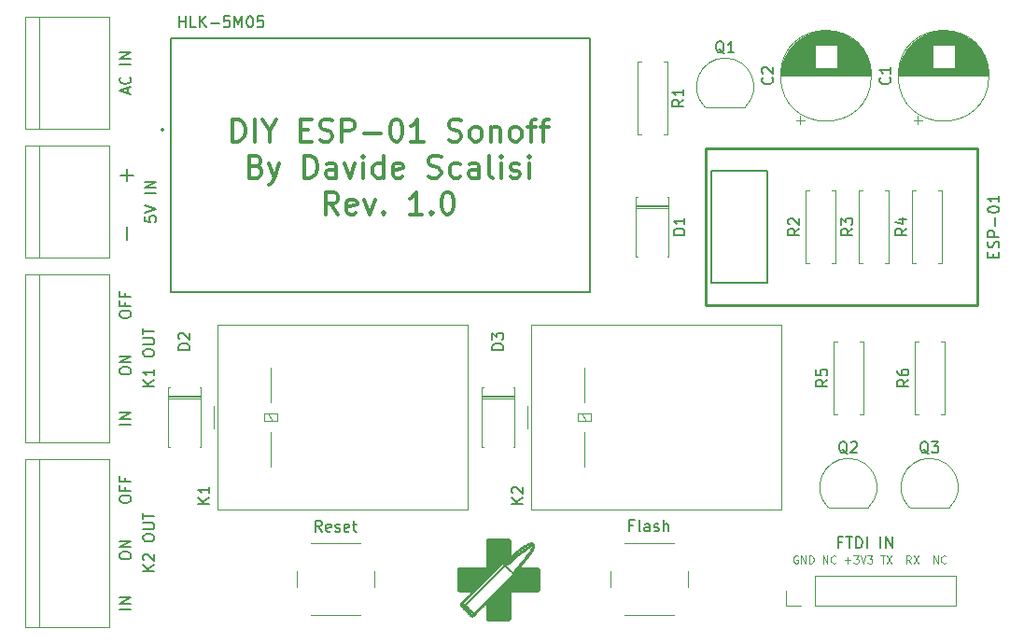
<source format=gbr>
%TF.GenerationSoftware,KiCad,Pcbnew,(5.1.10)-1*%
%TF.CreationDate,2021-12-18T16:47:07+01:00*%
%TF.ProjectId,Sonoff,536f6e6f-6666-42e6-9b69-6361645f7063,rev?*%
%TF.SameCoordinates,Original*%
%TF.FileFunction,Legend,Top*%
%TF.FilePolarity,Positive*%
%FSLAX46Y46*%
G04 Gerber Fmt 4.6, Leading zero omitted, Abs format (unit mm)*
G04 Created by KiCad (PCBNEW (5.1.10)-1) date 2021-12-18 16:47:07*
%MOMM*%
%LPD*%
G01*
G04 APERTURE LIST*
%ADD10C,0.300000*%
%ADD11C,0.120000*%
%ADD12C,0.150000*%
%ADD13C,0.010000*%
%ADD14C,0.200000*%
%ADD15C,0.127000*%
%ADD16C,0.152400*%
%ADD17C,0.254000*%
G04 APERTURE END LIST*
D10*
X128049523Y-86504761D02*
X128049523Y-84504761D01*
X128525714Y-84504761D01*
X128811428Y-84600000D01*
X129001904Y-84790476D01*
X129097142Y-84980952D01*
X129192380Y-85361904D01*
X129192380Y-85647619D01*
X129097142Y-86028571D01*
X129001904Y-86219047D01*
X128811428Y-86409523D01*
X128525714Y-86504761D01*
X128049523Y-86504761D01*
X130049523Y-86504761D02*
X130049523Y-84504761D01*
X131382857Y-85552380D02*
X131382857Y-86504761D01*
X130716190Y-84504761D02*
X131382857Y-85552380D01*
X132049523Y-84504761D01*
X134240000Y-85457142D02*
X134906666Y-85457142D01*
X135192380Y-86504761D02*
X134240000Y-86504761D01*
X134240000Y-84504761D01*
X135192380Y-84504761D01*
X135954285Y-86409523D02*
X136240000Y-86504761D01*
X136716190Y-86504761D01*
X136906666Y-86409523D01*
X137001904Y-86314285D01*
X137097142Y-86123809D01*
X137097142Y-85933333D01*
X137001904Y-85742857D01*
X136906666Y-85647619D01*
X136716190Y-85552380D01*
X136335238Y-85457142D01*
X136144761Y-85361904D01*
X136049523Y-85266666D01*
X135954285Y-85076190D01*
X135954285Y-84885714D01*
X136049523Y-84695238D01*
X136144761Y-84600000D01*
X136335238Y-84504761D01*
X136811428Y-84504761D01*
X137097142Y-84600000D01*
X137954285Y-86504761D02*
X137954285Y-84504761D01*
X138716190Y-84504761D01*
X138906666Y-84600000D01*
X139001904Y-84695238D01*
X139097142Y-84885714D01*
X139097142Y-85171428D01*
X139001904Y-85361904D01*
X138906666Y-85457142D01*
X138716190Y-85552380D01*
X137954285Y-85552380D01*
X139954285Y-85742857D02*
X141478095Y-85742857D01*
X142811428Y-84504761D02*
X143001904Y-84504761D01*
X143192380Y-84600000D01*
X143287619Y-84695238D01*
X143382857Y-84885714D01*
X143478095Y-85266666D01*
X143478095Y-85742857D01*
X143382857Y-86123809D01*
X143287619Y-86314285D01*
X143192380Y-86409523D01*
X143001904Y-86504761D01*
X142811428Y-86504761D01*
X142620952Y-86409523D01*
X142525714Y-86314285D01*
X142430476Y-86123809D01*
X142335238Y-85742857D01*
X142335238Y-85266666D01*
X142430476Y-84885714D01*
X142525714Y-84695238D01*
X142620952Y-84600000D01*
X142811428Y-84504761D01*
X145382857Y-86504761D02*
X144240000Y-86504761D01*
X144811428Y-86504761D02*
X144811428Y-84504761D01*
X144620952Y-84790476D01*
X144430476Y-84980952D01*
X144240000Y-85076190D01*
X147668571Y-86409523D02*
X147954285Y-86504761D01*
X148430476Y-86504761D01*
X148620952Y-86409523D01*
X148716190Y-86314285D01*
X148811428Y-86123809D01*
X148811428Y-85933333D01*
X148716190Y-85742857D01*
X148620952Y-85647619D01*
X148430476Y-85552380D01*
X148049523Y-85457142D01*
X147859047Y-85361904D01*
X147763809Y-85266666D01*
X147668571Y-85076190D01*
X147668571Y-84885714D01*
X147763809Y-84695238D01*
X147859047Y-84600000D01*
X148049523Y-84504761D01*
X148525714Y-84504761D01*
X148811428Y-84600000D01*
X149954285Y-86504761D02*
X149763809Y-86409523D01*
X149668571Y-86314285D01*
X149573333Y-86123809D01*
X149573333Y-85552380D01*
X149668571Y-85361904D01*
X149763809Y-85266666D01*
X149954285Y-85171428D01*
X150240000Y-85171428D01*
X150430476Y-85266666D01*
X150525714Y-85361904D01*
X150620952Y-85552380D01*
X150620952Y-86123809D01*
X150525714Y-86314285D01*
X150430476Y-86409523D01*
X150240000Y-86504761D01*
X149954285Y-86504761D01*
X151478095Y-85171428D02*
X151478095Y-86504761D01*
X151478095Y-85361904D02*
X151573333Y-85266666D01*
X151763809Y-85171428D01*
X152049523Y-85171428D01*
X152240000Y-85266666D01*
X152335238Y-85457142D01*
X152335238Y-86504761D01*
X153573333Y-86504761D02*
X153382857Y-86409523D01*
X153287619Y-86314285D01*
X153192380Y-86123809D01*
X153192380Y-85552380D01*
X153287619Y-85361904D01*
X153382857Y-85266666D01*
X153573333Y-85171428D01*
X153859047Y-85171428D01*
X154049523Y-85266666D01*
X154144761Y-85361904D01*
X154240000Y-85552380D01*
X154240000Y-86123809D01*
X154144761Y-86314285D01*
X154049523Y-86409523D01*
X153859047Y-86504761D01*
X153573333Y-86504761D01*
X154811428Y-85171428D02*
X155573333Y-85171428D01*
X155097142Y-86504761D02*
X155097142Y-84790476D01*
X155192380Y-84600000D01*
X155382857Y-84504761D01*
X155573333Y-84504761D01*
X155954285Y-85171428D02*
X156716190Y-85171428D01*
X156240000Y-86504761D02*
X156240000Y-84790476D01*
X156335238Y-84600000D01*
X156525714Y-84504761D01*
X156716190Y-84504761D01*
X130192380Y-88757142D02*
X130478095Y-88852380D01*
X130573333Y-88947619D01*
X130668571Y-89138095D01*
X130668571Y-89423809D01*
X130573333Y-89614285D01*
X130478095Y-89709523D01*
X130287619Y-89804761D01*
X129525714Y-89804761D01*
X129525714Y-87804761D01*
X130192380Y-87804761D01*
X130382857Y-87900000D01*
X130478095Y-87995238D01*
X130573333Y-88185714D01*
X130573333Y-88376190D01*
X130478095Y-88566666D01*
X130382857Y-88661904D01*
X130192380Y-88757142D01*
X129525714Y-88757142D01*
X131335238Y-88471428D02*
X131811428Y-89804761D01*
X132287619Y-88471428D02*
X131811428Y-89804761D01*
X131620952Y-90280952D01*
X131525714Y-90376190D01*
X131335238Y-90471428D01*
X134573333Y-89804761D02*
X134573333Y-87804761D01*
X135049523Y-87804761D01*
X135335238Y-87900000D01*
X135525714Y-88090476D01*
X135620952Y-88280952D01*
X135716190Y-88661904D01*
X135716190Y-88947619D01*
X135620952Y-89328571D01*
X135525714Y-89519047D01*
X135335238Y-89709523D01*
X135049523Y-89804761D01*
X134573333Y-89804761D01*
X137430476Y-89804761D02*
X137430476Y-88757142D01*
X137335238Y-88566666D01*
X137144761Y-88471428D01*
X136763809Y-88471428D01*
X136573333Y-88566666D01*
X137430476Y-89709523D02*
X137240000Y-89804761D01*
X136763809Y-89804761D01*
X136573333Y-89709523D01*
X136478095Y-89519047D01*
X136478095Y-89328571D01*
X136573333Y-89138095D01*
X136763809Y-89042857D01*
X137240000Y-89042857D01*
X137430476Y-88947619D01*
X138192380Y-88471428D02*
X138668571Y-89804761D01*
X139144761Y-88471428D01*
X139906666Y-89804761D02*
X139906666Y-88471428D01*
X139906666Y-87804761D02*
X139811428Y-87900000D01*
X139906666Y-87995238D01*
X140001904Y-87900000D01*
X139906666Y-87804761D01*
X139906666Y-87995238D01*
X141716190Y-89804761D02*
X141716190Y-87804761D01*
X141716190Y-89709523D02*
X141525714Y-89804761D01*
X141144761Y-89804761D01*
X140954285Y-89709523D01*
X140859047Y-89614285D01*
X140763809Y-89423809D01*
X140763809Y-88852380D01*
X140859047Y-88661904D01*
X140954285Y-88566666D01*
X141144761Y-88471428D01*
X141525714Y-88471428D01*
X141716190Y-88566666D01*
X143430476Y-89709523D02*
X143240000Y-89804761D01*
X142859047Y-89804761D01*
X142668571Y-89709523D01*
X142573333Y-89519047D01*
X142573333Y-88757142D01*
X142668571Y-88566666D01*
X142859047Y-88471428D01*
X143240000Y-88471428D01*
X143430476Y-88566666D01*
X143525714Y-88757142D01*
X143525714Y-88947619D01*
X142573333Y-89138095D01*
X145811428Y-89709523D02*
X146097142Y-89804761D01*
X146573333Y-89804761D01*
X146763809Y-89709523D01*
X146859047Y-89614285D01*
X146954285Y-89423809D01*
X146954285Y-89233333D01*
X146859047Y-89042857D01*
X146763809Y-88947619D01*
X146573333Y-88852380D01*
X146192380Y-88757142D01*
X146001904Y-88661904D01*
X145906666Y-88566666D01*
X145811428Y-88376190D01*
X145811428Y-88185714D01*
X145906666Y-87995238D01*
X146001904Y-87900000D01*
X146192380Y-87804761D01*
X146668571Y-87804761D01*
X146954285Y-87900000D01*
X148668571Y-89709523D02*
X148478095Y-89804761D01*
X148097142Y-89804761D01*
X147906666Y-89709523D01*
X147811428Y-89614285D01*
X147716190Y-89423809D01*
X147716190Y-88852380D01*
X147811428Y-88661904D01*
X147906666Y-88566666D01*
X148097142Y-88471428D01*
X148478095Y-88471428D01*
X148668571Y-88566666D01*
X150382857Y-89804761D02*
X150382857Y-88757142D01*
X150287619Y-88566666D01*
X150097142Y-88471428D01*
X149716190Y-88471428D01*
X149525714Y-88566666D01*
X150382857Y-89709523D02*
X150192380Y-89804761D01*
X149716190Y-89804761D01*
X149525714Y-89709523D01*
X149430476Y-89519047D01*
X149430476Y-89328571D01*
X149525714Y-89138095D01*
X149716190Y-89042857D01*
X150192380Y-89042857D01*
X150382857Y-88947619D01*
X151620952Y-89804761D02*
X151430476Y-89709523D01*
X151335238Y-89519047D01*
X151335238Y-87804761D01*
X152382857Y-89804761D02*
X152382857Y-88471428D01*
X152382857Y-87804761D02*
X152287619Y-87900000D01*
X152382857Y-87995238D01*
X152478095Y-87900000D01*
X152382857Y-87804761D01*
X152382857Y-87995238D01*
X153240000Y-89709523D02*
X153430476Y-89804761D01*
X153811428Y-89804761D01*
X154001904Y-89709523D01*
X154097142Y-89519047D01*
X154097142Y-89423809D01*
X154001904Y-89233333D01*
X153811428Y-89138095D01*
X153525714Y-89138095D01*
X153335238Y-89042857D01*
X153240000Y-88852380D01*
X153240000Y-88757142D01*
X153335238Y-88566666D01*
X153525714Y-88471428D01*
X153811428Y-88471428D01*
X154001904Y-88566666D01*
X154954285Y-89804761D02*
X154954285Y-88471428D01*
X154954285Y-87804761D02*
X154859047Y-87900000D01*
X154954285Y-87995238D01*
X155049523Y-87900000D01*
X154954285Y-87804761D01*
X154954285Y-87995238D01*
X137620952Y-93104761D02*
X136954285Y-92152380D01*
X136478095Y-93104761D02*
X136478095Y-91104761D01*
X137240000Y-91104761D01*
X137430476Y-91200000D01*
X137525714Y-91295238D01*
X137620952Y-91485714D01*
X137620952Y-91771428D01*
X137525714Y-91961904D01*
X137430476Y-92057142D01*
X137240000Y-92152380D01*
X136478095Y-92152380D01*
X139240000Y-93009523D02*
X139049523Y-93104761D01*
X138668571Y-93104761D01*
X138478095Y-93009523D01*
X138382857Y-92819047D01*
X138382857Y-92057142D01*
X138478095Y-91866666D01*
X138668571Y-91771428D01*
X139049523Y-91771428D01*
X139240000Y-91866666D01*
X139335238Y-92057142D01*
X139335238Y-92247619D01*
X138382857Y-92438095D01*
X140001904Y-91771428D02*
X140478095Y-93104761D01*
X140954285Y-91771428D01*
X141716190Y-92914285D02*
X141811428Y-93009523D01*
X141716190Y-93104761D01*
X141620952Y-93009523D01*
X141716190Y-92914285D01*
X141716190Y-93104761D01*
X145240000Y-93104761D02*
X144097142Y-93104761D01*
X144668571Y-93104761D02*
X144668571Y-91104761D01*
X144478095Y-91390476D01*
X144287619Y-91580952D01*
X144097142Y-91676190D01*
X146097142Y-92914285D02*
X146192380Y-93009523D01*
X146097142Y-93104761D01*
X146001904Y-93009523D01*
X146097142Y-92914285D01*
X146097142Y-93104761D01*
X147430476Y-91104761D02*
X147620952Y-91104761D01*
X147811428Y-91200000D01*
X147906666Y-91295238D01*
X148001904Y-91485714D01*
X148097142Y-91866666D01*
X148097142Y-92342857D01*
X148001904Y-92723809D01*
X147906666Y-92914285D01*
X147811428Y-93009523D01*
X147620952Y-93104761D01*
X147430476Y-93104761D01*
X147240000Y-93009523D01*
X147144761Y-92914285D01*
X147049523Y-92723809D01*
X146954285Y-92342857D01*
X146954285Y-91866666D01*
X147049523Y-91485714D01*
X147144761Y-91295238D01*
X147240000Y-91200000D01*
X147430476Y-91104761D01*
D11*
X179300333Y-124110000D02*
X179233666Y-124076666D01*
X179133666Y-124076666D01*
X179033666Y-124110000D01*
X178967000Y-124176666D01*
X178933666Y-124243333D01*
X178900333Y-124376666D01*
X178900333Y-124476666D01*
X178933666Y-124610000D01*
X178967000Y-124676666D01*
X179033666Y-124743333D01*
X179133666Y-124776666D01*
X179200333Y-124776666D01*
X179300333Y-124743333D01*
X179333666Y-124710000D01*
X179333666Y-124476666D01*
X179200333Y-124476666D01*
X179633666Y-124776666D02*
X179633666Y-124076666D01*
X180033666Y-124776666D01*
X180033666Y-124076666D01*
X180367000Y-124776666D02*
X180367000Y-124076666D01*
X180533666Y-124076666D01*
X180633666Y-124110000D01*
X180700333Y-124176666D01*
X180733666Y-124243333D01*
X180767000Y-124376666D01*
X180767000Y-124476666D01*
X180733666Y-124610000D01*
X180700333Y-124676666D01*
X180633666Y-124743333D01*
X180533666Y-124776666D01*
X180367000Y-124776666D01*
X181600333Y-124776666D02*
X181600333Y-124076666D01*
X182000333Y-124776666D01*
X182000333Y-124076666D01*
X182733666Y-124710000D02*
X182700333Y-124743333D01*
X182600333Y-124776666D01*
X182533666Y-124776666D01*
X182433666Y-124743333D01*
X182367000Y-124676666D01*
X182333666Y-124610000D01*
X182300333Y-124476666D01*
X182300333Y-124376666D01*
X182333666Y-124243333D01*
X182367000Y-124176666D01*
X182433666Y-124110000D01*
X182533666Y-124076666D01*
X182600333Y-124076666D01*
X182700333Y-124110000D01*
X182733666Y-124143333D01*
X183567000Y-124510000D02*
X184100333Y-124510000D01*
X183833666Y-124776666D02*
X183833666Y-124243333D01*
X184367000Y-124076666D02*
X184800333Y-124076666D01*
X184567000Y-124343333D01*
X184667000Y-124343333D01*
X184733666Y-124376666D01*
X184767000Y-124410000D01*
X184800333Y-124476666D01*
X184800333Y-124643333D01*
X184767000Y-124710000D01*
X184733666Y-124743333D01*
X184667000Y-124776666D01*
X184467000Y-124776666D01*
X184400333Y-124743333D01*
X184367000Y-124710000D01*
X185000333Y-124076666D02*
X185233666Y-124776666D01*
X185467000Y-124076666D01*
X185633666Y-124076666D02*
X186067000Y-124076666D01*
X185833666Y-124343333D01*
X185933666Y-124343333D01*
X186000333Y-124376666D01*
X186033666Y-124410000D01*
X186067000Y-124476666D01*
X186067000Y-124643333D01*
X186033666Y-124710000D01*
X186000333Y-124743333D01*
X185933666Y-124776666D01*
X185733666Y-124776666D01*
X185667000Y-124743333D01*
X185633666Y-124710000D01*
X186800333Y-124076666D02*
X187200333Y-124076666D01*
X187000333Y-124776666D02*
X187000333Y-124076666D01*
X187367000Y-124076666D02*
X187833666Y-124776666D01*
X187833666Y-124076666D02*
X187367000Y-124776666D01*
X189567000Y-124776666D02*
X189333666Y-124443333D01*
X189167000Y-124776666D02*
X189167000Y-124076666D01*
X189433666Y-124076666D01*
X189500333Y-124110000D01*
X189533666Y-124143333D01*
X189567000Y-124210000D01*
X189567000Y-124310000D01*
X189533666Y-124376666D01*
X189500333Y-124410000D01*
X189433666Y-124443333D01*
X189167000Y-124443333D01*
X189800333Y-124076666D02*
X190267000Y-124776666D01*
X190267000Y-124076666D02*
X189800333Y-124776666D01*
X191600333Y-124776666D02*
X191600333Y-124076666D01*
X192000333Y-124776666D01*
X192000333Y-124076666D01*
X192733666Y-124710000D02*
X192700333Y-124743333D01*
X192600333Y-124776666D01*
X192533666Y-124776666D01*
X192433666Y-124743333D01*
X192367000Y-124676666D01*
X192333666Y-124610000D01*
X192300333Y-124476666D01*
X192300333Y-124376666D01*
X192333666Y-124243333D01*
X192367000Y-124176666D01*
X192433666Y-124110000D01*
X192533666Y-124076666D01*
X192600333Y-124076666D01*
X192700333Y-124110000D01*
X192733666Y-124143333D01*
D12*
X118816380Y-128936000D02*
X117816380Y-128936000D01*
X118816380Y-128459809D02*
X117816380Y-128459809D01*
X118816380Y-127888380D01*
X117816380Y-127888380D01*
X117816380Y-124174095D02*
X117816380Y-123983619D01*
X117864000Y-123888380D01*
X117959238Y-123793142D01*
X118149714Y-123745523D01*
X118483047Y-123745523D01*
X118673523Y-123793142D01*
X118768761Y-123888380D01*
X118816380Y-123983619D01*
X118816380Y-124174095D01*
X118768761Y-124269333D01*
X118673523Y-124364571D01*
X118483047Y-124412190D01*
X118149714Y-124412190D01*
X117959238Y-124364571D01*
X117864000Y-124269333D01*
X117816380Y-124174095D01*
X118816380Y-123316952D02*
X117816380Y-123316952D01*
X118816380Y-122745523D01*
X117816380Y-122745523D01*
X117816380Y-119031238D02*
X117816380Y-118840761D01*
X117864000Y-118745523D01*
X117959238Y-118650285D01*
X118149714Y-118602666D01*
X118483047Y-118602666D01*
X118673523Y-118650285D01*
X118768761Y-118745523D01*
X118816380Y-118840761D01*
X118816380Y-119031238D01*
X118768761Y-119126476D01*
X118673523Y-119221714D01*
X118483047Y-119269333D01*
X118149714Y-119269333D01*
X117959238Y-119221714D01*
X117864000Y-119126476D01*
X117816380Y-119031238D01*
X118292571Y-117840761D02*
X118292571Y-118174095D01*
X118816380Y-118174095D02*
X117816380Y-118174095D01*
X117816380Y-117697904D01*
X118292571Y-116983619D02*
X118292571Y-117316952D01*
X118816380Y-117316952D02*
X117816380Y-117316952D01*
X117816380Y-116840761D01*
X118816380Y-112172000D02*
X117816380Y-112172000D01*
X118816380Y-111695809D02*
X117816380Y-111695809D01*
X118816380Y-111124380D01*
X117816380Y-111124380D01*
X117816380Y-107410095D02*
X117816380Y-107219619D01*
X117864000Y-107124380D01*
X117959238Y-107029142D01*
X118149714Y-106981523D01*
X118483047Y-106981523D01*
X118673523Y-107029142D01*
X118768761Y-107124380D01*
X118816380Y-107219619D01*
X118816380Y-107410095D01*
X118768761Y-107505333D01*
X118673523Y-107600571D01*
X118483047Y-107648190D01*
X118149714Y-107648190D01*
X117959238Y-107600571D01*
X117864000Y-107505333D01*
X117816380Y-107410095D01*
X118816380Y-106552952D02*
X117816380Y-106552952D01*
X118816380Y-105981523D01*
X117816380Y-105981523D01*
X117816380Y-102267238D02*
X117816380Y-102076761D01*
X117864000Y-101981523D01*
X117959238Y-101886285D01*
X118149714Y-101838666D01*
X118483047Y-101838666D01*
X118673523Y-101886285D01*
X118768761Y-101981523D01*
X118816380Y-102076761D01*
X118816380Y-102267238D01*
X118768761Y-102362476D01*
X118673523Y-102457714D01*
X118483047Y-102505333D01*
X118149714Y-102505333D01*
X117959238Y-102457714D01*
X117864000Y-102362476D01*
X117816380Y-102267238D01*
X118292571Y-101076761D02*
X118292571Y-101410095D01*
X118816380Y-101410095D02*
X117816380Y-101410095D01*
X117816380Y-100933904D01*
X118292571Y-100219619D02*
X118292571Y-100552952D01*
X118816380Y-100552952D02*
X117816380Y-100552952D01*
X117816380Y-100076761D01*
X118471142Y-95416285D02*
X118471142Y-94273428D01*
X118471142Y-90130571D02*
X118471142Y-88987714D01*
X119042571Y-89559142D02*
X117899714Y-89559142D01*
D13*
%TO.C,G\u002A\u002A\u002A*%
G36*
X153090837Y-122506448D02*
G01*
X153132703Y-122533589D01*
X153170177Y-122570222D01*
X153198974Y-122611969D01*
X153204082Y-122622183D01*
X153219190Y-122654873D01*
X153221061Y-123405147D01*
X153222932Y-124155422D01*
X153249574Y-124132260D01*
X153262496Y-124120906D01*
X153283947Y-124101918D01*
X153312031Y-124076981D01*
X153344853Y-124047780D01*
X153380516Y-124016000D01*
X153398020Y-124000383D01*
X153619042Y-123809329D01*
X153840416Y-123630608D01*
X154064224Y-123462677D01*
X154292548Y-123303994D01*
X154527469Y-123153017D01*
X154608868Y-123103376D01*
X154689578Y-123055202D01*
X154759870Y-123014219D01*
X154820957Y-122979866D01*
X154874057Y-122951576D01*
X154920383Y-122928788D01*
X154961152Y-122910936D01*
X154997580Y-122897457D01*
X155030881Y-122887788D01*
X155062272Y-122881363D01*
X155092967Y-122877621D01*
X155096114Y-122877367D01*
X155164703Y-122877594D01*
X155225846Y-122889288D01*
X155279184Y-122912264D01*
X155324357Y-122946337D01*
X155361003Y-122991324D01*
X155377649Y-123021179D01*
X155388008Y-123044012D01*
X155394809Y-123063968D01*
X155398974Y-123085486D01*
X155401423Y-123113005D01*
X155402762Y-123142254D01*
X155403114Y-123182454D01*
X155400429Y-123218656D01*
X155393916Y-123253745D01*
X155382783Y-123290601D01*
X155366241Y-123332109D01*
X155343498Y-123381152D01*
X155329426Y-123409657D01*
X155262014Y-123537462D01*
X155183882Y-123673122D01*
X155095438Y-123816028D01*
X154997090Y-123965568D01*
X154889247Y-124121134D01*
X154772317Y-124282115D01*
X154646710Y-124447901D01*
X154558942Y-124560048D01*
X154534571Y-124590595D01*
X154506804Y-124625050D01*
X154477070Y-124661675D01*
X154446799Y-124698734D01*
X154417422Y-124734489D01*
X154390366Y-124767203D01*
X154367064Y-124795138D01*
X154348943Y-124816558D01*
X154337434Y-124829724D01*
X154334555Y-124832715D01*
X154328958Y-124838909D01*
X154315795Y-124853948D01*
X154296599Y-124876063D01*
X154272908Y-124903485D01*
X154249567Y-124930596D01*
X154218186Y-124967004D01*
X154185149Y-125005172D01*
X154153499Y-125041595D01*
X154126279Y-125072767D01*
X154114640Y-125086016D01*
X154060855Y-125147052D01*
X154888000Y-125148940D01*
X155715144Y-125150827D01*
X155754586Y-125170197D01*
X155796452Y-125197338D01*
X155833926Y-125233971D01*
X155862723Y-125275718D01*
X155867831Y-125285932D01*
X155882939Y-125318622D01*
X155882939Y-127143689D01*
X155859901Y-127190486D01*
X155834386Y-127232389D01*
X155802454Y-127265057D01*
X155760630Y-127291928D01*
X155753812Y-127295410D01*
X155722135Y-127311190D01*
X154472505Y-127313032D01*
X153222874Y-127314874D01*
X153219190Y-129807144D01*
X153201032Y-129845597D01*
X153171751Y-129892483D01*
X153132788Y-129931760D01*
X153093108Y-129957461D01*
X153058387Y-129974939D01*
X152149496Y-129976272D01*
X152012971Y-129976448D01*
X151889792Y-129976550D01*
X151779321Y-129976574D01*
X151680920Y-129976515D01*
X151593952Y-129976367D01*
X151517781Y-129976124D01*
X151451767Y-129975783D01*
X151395275Y-129975336D01*
X151347666Y-129974780D01*
X151308304Y-129974110D01*
X151276550Y-129973318D01*
X151251768Y-129972402D01*
X151233320Y-129971355D01*
X151220569Y-129970171D01*
X151212877Y-129968847D01*
X151211914Y-129968573D01*
X151172475Y-129950688D01*
X151134014Y-129923718D01*
X151102188Y-129891751D01*
X151097773Y-129886016D01*
X151091006Y-129876924D01*
X151084998Y-129868562D01*
X151079705Y-129860086D01*
X151075081Y-129850653D01*
X151071081Y-129839418D01*
X151067661Y-129825538D01*
X151064773Y-129808169D01*
X151062375Y-129786466D01*
X151060420Y-129759587D01*
X151058863Y-129726687D01*
X151057659Y-129686923D01*
X151056763Y-129639450D01*
X151056131Y-129583424D01*
X151055715Y-129518003D01*
X151055473Y-129442341D01*
X151055358Y-129355596D01*
X151055325Y-129256923D01*
X151055329Y-129145478D01*
X151055331Y-129092745D01*
X151055281Y-128995509D01*
X151055133Y-128902319D01*
X151054896Y-128814116D01*
X151054576Y-128731837D01*
X151054180Y-128656422D01*
X151053716Y-128588811D01*
X151053189Y-128529942D01*
X151052608Y-128480755D01*
X151051978Y-128442190D01*
X151051308Y-128415185D01*
X151050604Y-128400679D01*
X151050183Y-128398363D01*
X151044673Y-128403207D01*
X151029890Y-128417334D01*
X151006446Y-128440139D01*
X150974953Y-128471015D01*
X150936025Y-128509356D01*
X150890272Y-128554556D01*
X150838308Y-128606010D01*
X150780744Y-128663110D01*
X150718193Y-128725252D01*
X150651267Y-128791828D01*
X150580579Y-128862234D01*
X150506740Y-128935862D01*
X150454160Y-128988342D01*
X150365130Y-129077221D01*
X150285426Y-129156745D01*
X150214489Y-129227447D01*
X150151760Y-129289862D01*
X150096681Y-129344526D01*
X150048694Y-129391973D01*
X150007240Y-129432739D01*
X149971761Y-129467357D01*
X149941699Y-129496363D01*
X149916495Y-129520292D01*
X149895591Y-129539679D01*
X149878429Y-129555058D01*
X149864449Y-129566964D01*
X149853094Y-129575933D01*
X149843806Y-129582499D01*
X149836025Y-129587197D01*
X149829194Y-129590562D01*
X149822823Y-129593104D01*
X149775733Y-129604930D01*
X149727810Y-129607386D01*
X149683524Y-129600462D01*
X149664029Y-129593429D01*
X149656110Y-129588615D01*
X149643965Y-129579221D01*
X149627089Y-129564765D01*
X149604982Y-129544763D01*
X149577142Y-129518730D01*
X149543065Y-129486182D01*
X149502249Y-129446636D01*
X149454192Y-129399607D01*
X149398392Y-129344612D01*
X149334347Y-129281166D01*
X149261554Y-129208786D01*
X149179510Y-129126988D01*
X149168918Y-129116415D01*
X149101538Y-129049019D01*
X149036716Y-128983928D01*
X148975175Y-128921882D01*
X148917639Y-128863623D01*
X148864831Y-128809892D01*
X148817475Y-128761429D01*
X148776295Y-128718975D01*
X148742015Y-128683272D01*
X148715357Y-128655061D01*
X148697046Y-128635083D01*
X148687806Y-128624078D01*
X148687157Y-128623099D01*
X148671461Y-128584456D01*
X148664919Y-128539267D01*
X148665592Y-128527950D01*
X148839036Y-128527950D01*
X148843858Y-128533784D01*
X148857757Y-128548615D01*
X148879885Y-128571593D01*
X148909392Y-128601869D01*
X148945428Y-128638591D01*
X148987145Y-128680909D01*
X149033694Y-128727975D01*
X149084224Y-128778936D01*
X149137887Y-128832943D01*
X149193834Y-128889146D01*
X149251214Y-128946694D01*
X149309180Y-129004737D01*
X149366881Y-129062426D01*
X149423469Y-129118909D01*
X149478094Y-129173337D01*
X149529907Y-129224859D01*
X149578058Y-129272626D01*
X149621699Y-129315786D01*
X149659980Y-129353490D01*
X149692052Y-129384887D01*
X149717065Y-129409128D01*
X149734171Y-129425361D01*
X149742520Y-129432738D01*
X149743164Y-129433101D01*
X149750747Y-129428578D01*
X149765112Y-129416715D01*
X149783163Y-129400069D01*
X149783348Y-129399891D01*
X149800660Y-129382267D01*
X149813034Y-129367917D01*
X149817804Y-129359932D01*
X149817804Y-129359910D01*
X149813228Y-129351912D01*
X149801154Y-129337253D01*
X149784127Y-129319004D01*
X149782875Y-129317732D01*
X149747908Y-129282325D01*
X149786370Y-129244340D01*
X149824833Y-129206356D01*
X149863331Y-129244375D01*
X149901828Y-129282395D01*
X151674419Y-127510252D01*
X153447011Y-125738110D01*
X153489550Y-125651454D01*
X153506991Y-125613734D01*
X153526742Y-125567462D01*
X153546858Y-125517405D01*
X153565395Y-125468329D01*
X153573292Y-125446144D01*
X153614494Y-125327490D01*
X153724592Y-125211193D01*
X153864670Y-125060637D01*
X154002007Y-124907913D01*
X154135926Y-124753922D01*
X154265748Y-124599562D01*
X154390793Y-124445734D01*
X154510381Y-124293338D01*
X154623834Y-124143272D01*
X154730473Y-123996438D01*
X154829619Y-123853734D01*
X154920591Y-123716061D01*
X155002712Y-123584317D01*
X155075302Y-123459404D01*
X155137682Y-123342220D01*
X155142291Y-123333045D01*
X155168193Y-123279155D01*
X155186841Y-123235086D01*
X155198751Y-123199036D01*
X155204441Y-123169203D01*
X155204428Y-123143784D01*
X155201278Y-123127564D01*
X155193442Y-123103785D01*
X155183820Y-123089914D01*
X155168500Y-123082875D01*
X155143570Y-123079598D01*
X155139852Y-123079319D01*
X155114690Y-123078728D01*
X155090003Y-123081222D01*
X155063767Y-123087547D01*
X155033960Y-123098445D01*
X154998557Y-123114662D01*
X154955537Y-123136942D01*
X154902877Y-123166029D01*
X154900428Y-123167408D01*
X154623892Y-123331240D01*
X154352848Y-123507891D01*
X154087437Y-123697259D01*
X153827800Y-123899244D01*
X153574077Y-124113745D01*
X153572259Y-124115346D01*
X153545106Y-124139404D01*
X153513801Y-124167369D01*
X153480065Y-124197676D01*
X153445621Y-124228763D01*
X153412191Y-124259069D01*
X153381497Y-124287030D01*
X153355260Y-124311083D01*
X153335202Y-124329667D01*
X153323045Y-124341218D01*
X153320567Y-124343755D01*
X153314661Y-124349471D01*
X153300033Y-124363328D01*
X153278174Y-124383918D01*
X153250580Y-124409836D01*
X153218745Y-124439676D01*
X153201127Y-124456167D01*
X153142033Y-124511145D01*
X153091700Y-124557149D01*
X153048952Y-124595045D01*
X153012614Y-124625695D01*
X152981509Y-124649964D01*
X152954461Y-124668716D01*
X152930294Y-124682815D01*
X152907832Y-124693125D01*
X152885900Y-124700510D01*
X152863320Y-124705834D01*
X152860575Y-124706363D01*
X152821866Y-124715767D01*
X152773180Y-124730969D01*
X152716854Y-124751143D01*
X152655228Y-124775463D01*
X152605773Y-124796434D01*
X152530700Y-124829219D01*
X150756778Y-126603289D01*
X148982856Y-128377358D01*
X149016591Y-128411608D01*
X149050327Y-128445858D01*
X149013888Y-128481538D01*
X148995511Y-128498925D01*
X148980906Y-128511623D01*
X148972943Y-128517154D01*
X148972585Y-128517218D01*
X148965411Y-128512605D01*
X148952027Y-128500707D01*
X148940412Y-128489252D01*
X148924094Y-128473840D01*
X148910907Y-128463683D01*
X148905492Y-128461287D01*
X148896656Y-128466074D01*
X148882335Y-128478113D01*
X148866003Y-128493919D01*
X148851133Y-128510007D01*
X148841200Y-128522892D01*
X148839036Y-128527950D01*
X148665592Y-128527950D01*
X148667747Y-128491741D01*
X148678349Y-128450799D01*
X148681072Y-128443925D01*
X148684483Y-128436819D01*
X148689141Y-128428893D01*
X148695609Y-128419559D01*
X148704447Y-128408228D01*
X148716216Y-128394312D01*
X148731477Y-128377221D01*
X148750792Y-128356368D01*
X148774721Y-128331163D01*
X148803826Y-128301018D01*
X148838667Y-128265344D01*
X148879805Y-128223553D01*
X148927802Y-128175056D01*
X148983218Y-128119265D01*
X149046615Y-128055590D01*
X149118553Y-127983443D01*
X149199594Y-127902236D01*
X149234860Y-127866909D01*
X149307107Y-127794496D01*
X149376523Y-127724833D01*
X149442475Y-127658560D01*
X149504331Y-127596317D01*
X149561459Y-127538742D01*
X149613224Y-127486477D01*
X149658995Y-127440160D01*
X149698138Y-127400431D01*
X149730020Y-127367931D01*
X149754009Y-127343298D01*
X149769472Y-127327173D01*
X149775776Y-127320196D01*
X149775893Y-127319975D01*
X149769068Y-127319209D01*
X149749263Y-127318437D01*
X149717479Y-127317668D01*
X149674718Y-127316916D01*
X149621983Y-127316191D01*
X149560275Y-127315505D01*
X149490597Y-127314868D01*
X149413950Y-127314292D01*
X149331337Y-127313789D01*
X149243760Y-127313370D01*
X149165887Y-127313087D01*
X149059610Y-127312753D01*
X148966406Y-127312438D01*
X148885362Y-127312117D01*
X148815568Y-127311767D01*
X148756114Y-127311363D01*
X148706088Y-127310881D01*
X148664580Y-127310297D01*
X148630678Y-127309587D01*
X148603472Y-127308726D01*
X148582052Y-127307691D01*
X148565505Y-127306457D01*
X148552921Y-127305000D01*
X148543389Y-127303296D01*
X148535999Y-127301320D01*
X148529839Y-127299049D01*
X148523999Y-127296458D01*
X148523047Y-127296019D01*
X148486450Y-127273175D01*
X148451571Y-127240769D01*
X148422602Y-127203000D01*
X148412557Y-127185267D01*
X148395078Y-127150387D01*
X148395078Y-125311631D01*
X148418944Y-125267616D01*
X148447044Y-125225873D01*
X148482149Y-125193381D01*
X148527515Y-125167150D01*
X148529108Y-125166410D01*
X148562873Y-125150827D01*
X149809027Y-125148985D01*
X151055180Y-125147143D01*
X151057003Y-123901008D01*
X151058827Y-122654873D01*
X151074087Y-122621840D01*
X151100985Y-122575117D01*
X151134337Y-122539227D01*
X151176570Y-122511614D01*
X151180636Y-122509572D01*
X151226328Y-122487078D01*
X153051395Y-122487078D01*
X153090837Y-122506448D01*
G37*
X153090837Y-122506448D02*
X153132703Y-122533589D01*
X153170177Y-122570222D01*
X153198974Y-122611969D01*
X153204082Y-122622183D01*
X153219190Y-122654873D01*
X153221061Y-123405147D01*
X153222932Y-124155422D01*
X153249574Y-124132260D01*
X153262496Y-124120906D01*
X153283947Y-124101918D01*
X153312031Y-124076981D01*
X153344853Y-124047780D01*
X153380516Y-124016000D01*
X153398020Y-124000383D01*
X153619042Y-123809329D01*
X153840416Y-123630608D01*
X154064224Y-123462677D01*
X154292548Y-123303994D01*
X154527469Y-123153017D01*
X154608868Y-123103376D01*
X154689578Y-123055202D01*
X154759870Y-123014219D01*
X154820957Y-122979866D01*
X154874057Y-122951576D01*
X154920383Y-122928788D01*
X154961152Y-122910936D01*
X154997580Y-122897457D01*
X155030881Y-122887788D01*
X155062272Y-122881363D01*
X155092967Y-122877621D01*
X155096114Y-122877367D01*
X155164703Y-122877594D01*
X155225846Y-122889288D01*
X155279184Y-122912264D01*
X155324357Y-122946337D01*
X155361003Y-122991324D01*
X155377649Y-123021179D01*
X155388008Y-123044012D01*
X155394809Y-123063968D01*
X155398974Y-123085486D01*
X155401423Y-123113005D01*
X155402762Y-123142254D01*
X155403114Y-123182454D01*
X155400429Y-123218656D01*
X155393916Y-123253745D01*
X155382783Y-123290601D01*
X155366241Y-123332109D01*
X155343498Y-123381152D01*
X155329426Y-123409657D01*
X155262014Y-123537462D01*
X155183882Y-123673122D01*
X155095438Y-123816028D01*
X154997090Y-123965568D01*
X154889247Y-124121134D01*
X154772317Y-124282115D01*
X154646710Y-124447901D01*
X154558942Y-124560048D01*
X154534571Y-124590595D01*
X154506804Y-124625050D01*
X154477070Y-124661675D01*
X154446799Y-124698734D01*
X154417422Y-124734489D01*
X154390366Y-124767203D01*
X154367064Y-124795138D01*
X154348943Y-124816558D01*
X154337434Y-124829724D01*
X154334555Y-124832715D01*
X154328958Y-124838909D01*
X154315795Y-124853948D01*
X154296599Y-124876063D01*
X154272908Y-124903485D01*
X154249567Y-124930596D01*
X154218186Y-124967004D01*
X154185149Y-125005172D01*
X154153499Y-125041595D01*
X154126279Y-125072767D01*
X154114640Y-125086016D01*
X154060855Y-125147052D01*
X154888000Y-125148940D01*
X155715144Y-125150827D01*
X155754586Y-125170197D01*
X155796452Y-125197338D01*
X155833926Y-125233971D01*
X155862723Y-125275718D01*
X155867831Y-125285932D01*
X155882939Y-125318622D01*
X155882939Y-127143689D01*
X155859901Y-127190486D01*
X155834386Y-127232389D01*
X155802454Y-127265057D01*
X155760630Y-127291928D01*
X155753812Y-127295410D01*
X155722135Y-127311190D01*
X154472505Y-127313032D01*
X153222874Y-127314874D01*
X153219190Y-129807144D01*
X153201032Y-129845597D01*
X153171751Y-129892483D01*
X153132788Y-129931760D01*
X153093108Y-129957461D01*
X153058387Y-129974939D01*
X152149496Y-129976272D01*
X152012971Y-129976448D01*
X151889792Y-129976550D01*
X151779321Y-129976574D01*
X151680920Y-129976515D01*
X151593952Y-129976367D01*
X151517781Y-129976124D01*
X151451767Y-129975783D01*
X151395275Y-129975336D01*
X151347666Y-129974780D01*
X151308304Y-129974110D01*
X151276550Y-129973318D01*
X151251768Y-129972402D01*
X151233320Y-129971355D01*
X151220569Y-129970171D01*
X151212877Y-129968847D01*
X151211914Y-129968573D01*
X151172475Y-129950688D01*
X151134014Y-129923718D01*
X151102188Y-129891751D01*
X151097773Y-129886016D01*
X151091006Y-129876924D01*
X151084998Y-129868562D01*
X151079705Y-129860086D01*
X151075081Y-129850653D01*
X151071081Y-129839418D01*
X151067661Y-129825538D01*
X151064773Y-129808169D01*
X151062375Y-129786466D01*
X151060420Y-129759587D01*
X151058863Y-129726687D01*
X151057659Y-129686923D01*
X151056763Y-129639450D01*
X151056131Y-129583424D01*
X151055715Y-129518003D01*
X151055473Y-129442341D01*
X151055358Y-129355596D01*
X151055325Y-129256923D01*
X151055329Y-129145478D01*
X151055331Y-129092745D01*
X151055281Y-128995509D01*
X151055133Y-128902319D01*
X151054896Y-128814116D01*
X151054576Y-128731837D01*
X151054180Y-128656422D01*
X151053716Y-128588811D01*
X151053189Y-128529942D01*
X151052608Y-128480755D01*
X151051978Y-128442190D01*
X151051308Y-128415185D01*
X151050604Y-128400679D01*
X151050183Y-128398363D01*
X151044673Y-128403207D01*
X151029890Y-128417334D01*
X151006446Y-128440139D01*
X150974953Y-128471015D01*
X150936025Y-128509356D01*
X150890272Y-128554556D01*
X150838308Y-128606010D01*
X150780744Y-128663110D01*
X150718193Y-128725252D01*
X150651267Y-128791828D01*
X150580579Y-128862234D01*
X150506740Y-128935862D01*
X150454160Y-128988342D01*
X150365130Y-129077221D01*
X150285426Y-129156745D01*
X150214489Y-129227447D01*
X150151760Y-129289862D01*
X150096681Y-129344526D01*
X150048694Y-129391973D01*
X150007240Y-129432739D01*
X149971761Y-129467357D01*
X149941699Y-129496363D01*
X149916495Y-129520292D01*
X149895591Y-129539679D01*
X149878429Y-129555058D01*
X149864449Y-129566964D01*
X149853094Y-129575933D01*
X149843806Y-129582499D01*
X149836025Y-129587197D01*
X149829194Y-129590562D01*
X149822823Y-129593104D01*
X149775733Y-129604930D01*
X149727810Y-129607386D01*
X149683524Y-129600462D01*
X149664029Y-129593429D01*
X149656110Y-129588615D01*
X149643965Y-129579221D01*
X149627089Y-129564765D01*
X149604982Y-129544763D01*
X149577142Y-129518730D01*
X149543065Y-129486182D01*
X149502249Y-129446636D01*
X149454192Y-129399607D01*
X149398392Y-129344612D01*
X149334347Y-129281166D01*
X149261554Y-129208786D01*
X149179510Y-129126988D01*
X149168918Y-129116415D01*
X149101538Y-129049019D01*
X149036716Y-128983928D01*
X148975175Y-128921882D01*
X148917639Y-128863623D01*
X148864831Y-128809892D01*
X148817475Y-128761429D01*
X148776295Y-128718975D01*
X148742015Y-128683272D01*
X148715357Y-128655061D01*
X148697046Y-128635083D01*
X148687806Y-128624078D01*
X148687157Y-128623099D01*
X148671461Y-128584456D01*
X148664919Y-128539267D01*
X148665592Y-128527950D01*
X148839036Y-128527950D01*
X148843858Y-128533784D01*
X148857757Y-128548615D01*
X148879885Y-128571593D01*
X148909392Y-128601869D01*
X148945428Y-128638591D01*
X148987145Y-128680909D01*
X149033694Y-128727975D01*
X149084224Y-128778936D01*
X149137887Y-128832943D01*
X149193834Y-128889146D01*
X149251214Y-128946694D01*
X149309180Y-129004737D01*
X149366881Y-129062426D01*
X149423469Y-129118909D01*
X149478094Y-129173337D01*
X149529907Y-129224859D01*
X149578058Y-129272626D01*
X149621699Y-129315786D01*
X149659980Y-129353490D01*
X149692052Y-129384887D01*
X149717065Y-129409128D01*
X149734171Y-129425361D01*
X149742520Y-129432738D01*
X149743164Y-129433101D01*
X149750747Y-129428578D01*
X149765112Y-129416715D01*
X149783163Y-129400069D01*
X149783348Y-129399891D01*
X149800660Y-129382267D01*
X149813034Y-129367917D01*
X149817804Y-129359932D01*
X149817804Y-129359910D01*
X149813228Y-129351912D01*
X149801154Y-129337253D01*
X149784127Y-129319004D01*
X149782875Y-129317732D01*
X149747908Y-129282325D01*
X149786370Y-129244340D01*
X149824833Y-129206356D01*
X149863331Y-129244375D01*
X149901828Y-129282395D01*
X151674419Y-127510252D01*
X153447011Y-125738110D01*
X153489550Y-125651454D01*
X153506991Y-125613734D01*
X153526742Y-125567462D01*
X153546858Y-125517405D01*
X153565395Y-125468329D01*
X153573292Y-125446144D01*
X153614494Y-125327490D01*
X153724592Y-125211193D01*
X153864670Y-125060637D01*
X154002007Y-124907913D01*
X154135926Y-124753922D01*
X154265748Y-124599562D01*
X154390793Y-124445734D01*
X154510381Y-124293338D01*
X154623834Y-124143272D01*
X154730473Y-123996438D01*
X154829619Y-123853734D01*
X154920591Y-123716061D01*
X155002712Y-123584317D01*
X155075302Y-123459404D01*
X155137682Y-123342220D01*
X155142291Y-123333045D01*
X155168193Y-123279155D01*
X155186841Y-123235086D01*
X155198751Y-123199036D01*
X155204441Y-123169203D01*
X155204428Y-123143784D01*
X155201278Y-123127564D01*
X155193442Y-123103785D01*
X155183820Y-123089914D01*
X155168500Y-123082875D01*
X155143570Y-123079598D01*
X155139852Y-123079319D01*
X155114690Y-123078728D01*
X155090003Y-123081222D01*
X155063767Y-123087547D01*
X155033960Y-123098445D01*
X154998557Y-123114662D01*
X154955537Y-123136942D01*
X154902877Y-123166029D01*
X154900428Y-123167408D01*
X154623892Y-123331240D01*
X154352848Y-123507891D01*
X154087437Y-123697259D01*
X153827800Y-123899244D01*
X153574077Y-124113745D01*
X153572259Y-124115346D01*
X153545106Y-124139404D01*
X153513801Y-124167369D01*
X153480065Y-124197676D01*
X153445621Y-124228763D01*
X153412191Y-124259069D01*
X153381497Y-124287030D01*
X153355260Y-124311083D01*
X153335202Y-124329667D01*
X153323045Y-124341218D01*
X153320567Y-124343755D01*
X153314661Y-124349471D01*
X153300033Y-124363328D01*
X153278174Y-124383918D01*
X153250580Y-124409836D01*
X153218745Y-124439676D01*
X153201127Y-124456167D01*
X153142033Y-124511145D01*
X153091700Y-124557149D01*
X153048952Y-124595045D01*
X153012614Y-124625695D01*
X152981509Y-124649964D01*
X152954461Y-124668716D01*
X152930294Y-124682815D01*
X152907832Y-124693125D01*
X152885900Y-124700510D01*
X152863320Y-124705834D01*
X152860575Y-124706363D01*
X152821866Y-124715767D01*
X152773180Y-124730969D01*
X152716854Y-124751143D01*
X152655228Y-124775463D01*
X152605773Y-124796434D01*
X152530700Y-124829219D01*
X150756778Y-126603289D01*
X148982856Y-128377358D01*
X149016591Y-128411608D01*
X149050327Y-128445858D01*
X149013888Y-128481538D01*
X148995511Y-128498925D01*
X148980906Y-128511623D01*
X148972943Y-128517154D01*
X148972585Y-128517218D01*
X148965411Y-128512605D01*
X148952027Y-128500707D01*
X148940412Y-128489252D01*
X148924094Y-128473840D01*
X148910907Y-128463683D01*
X148905492Y-128461287D01*
X148896656Y-128466074D01*
X148882335Y-128478113D01*
X148866003Y-128493919D01*
X148851133Y-128510007D01*
X148841200Y-128522892D01*
X148839036Y-128527950D01*
X148665592Y-128527950D01*
X148667747Y-128491741D01*
X148678349Y-128450799D01*
X148681072Y-128443925D01*
X148684483Y-128436819D01*
X148689141Y-128428893D01*
X148695609Y-128419559D01*
X148704447Y-128408228D01*
X148716216Y-128394312D01*
X148731477Y-128377221D01*
X148750792Y-128356368D01*
X148774721Y-128331163D01*
X148803826Y-128301018D01*
X148838667Y-128265344D01*
X148879805Y-128223553D01*
X148927802Y-128175056D01*
X148983218Y-128119265D01*
X149046615Y-128055590D01*
X149118553Y-127983443D01*
X149199594Y-127902236D01*
X149234860Y-127866909D01*
X149307107Y-127794496D01*
X149376523Y-127724833D01*
X149442475Y-127658560D01*
X149504331Y-127596317D01*
X149561459Y-127538742D01*
X149613224Y-127486477D01*
X149658995Y-127440160D01*
X149698138Y-127400431D01*
X149730020Y-127367931D01*
X149754009Y-127343298D01*
X149769472Y-127327173D01*
X149775776Y-127320196D01*
X149775893Y-127319975D01*
X149769068Y-127319209D01*
X149749263Y-127318437D01*
X149717479Y-127317668D01*
X149674718Y-127316916D01*
X149621983Y-127316191D01*
X149560275Y-127315505D01*
X149490597Y-127314868D01*
X149413950Y-127314292D01*
X149331337Y-127313789D01*
X149243760Y-127313370D01*
X149165887Y-127313087D01*
X149059610Y-127312753D01*
X148966406Y-127312438D01*
X148885362Y-127312117D01*
X148815568Y-127311767D01*
X148756114Y-127311363D01*
X148706088Y-127310881D01*
X148664580Y-127310297D01*
X148630678Y-127309587D01*
X148603472Y-127308726D01*
X148582052Y-127307691D01*
X148565505Y-127306457D01*
X148552921Y-127305000D01*
X148543389Y-127303296D01*
X148535999Y-127301320D01*
X148529839Y-127299049D01*
X148523999Y-127296458D01*
X148523047Y-127296019D01*
X148486450Y-127273175D01*
X148451571Y-127240769D01*
X148422602Y-127203000D01*
X148412557Y-127185267D01*
X148395078Y-127150387D01*
X148395078Y-125311631D01*
X148418944Y-125267616D01*
X148447044Y-125225873D01*
X148482149Y-125193381D01*
X148527515Y-125167150D01*
X148529108Y-125166410D01*
X148562873Y-125150827D01*
X149809027Y-125148985D01*
X151055180Y-125147143D01*
X151057003Y-123901008D01*
X151058827Y-122654873D01*
X151074087Y-122621840D01*
X151100985Y-122575117D01*
X151134337Y-122539227D01*
X151176570Y-122511614D01*
X151180636Y-122509572D01*
X151226328Y-122487078D01*
X153051395Y-122487078D01*
X153090837Y-122506448D01*
G36*
X149433429Y-128821465D02*
G01*
X149488878Y-128877014D01*
X149541301Y-128929742D01*
X149589872Y-128978808D01*
X149633769Y-129023367D01*
X149672167Y-129062579D01*
X149704242Y-129095601D01*
X149729171Y-129121589D01*
X149746128Y-129139703D01*
X149754291Y-129149098D01*
X149754918Y-129150180D01*
X149750356Y-129157808D01*
X149738771Y-129171639D01*
X149723312Y-129188387D01*
X149707132Y-129204767D01*
X149693382Y-129217492D01*
X149685212Y-129223275D01*
X149684764Y-129223347D01*
X149679390Y-129218532D01*
X149664974Y-129204642D01*
X149642349Y-129182500D01*
X149612346Y-129152930D01*
X149575799Y-129116758D01*
X149533539Y-129074807D01*
X149486399Y-129027902D01*
X149435212Y-128976867D01*
X149380809Y-128922526D01*
X149361648Y-128903365D01*
X149306351Y-128847941D01*
X149254082Y-128795343D01*
X149205667Y-128746417D01*
X149161931Y-128702005D01*
X149123700Y-128662954D01*
X149091800Y-128630106D01*
X149067056Y-128604307D01*
X149050294Y-128586401D01*
X149042340Y-128577232D01*
X149041789Y-128576260D01*
X149046450Y-128568127D01*
X149058702Y-128553508D01*
X149075943Y-128535490D01*
X149076864Y-128534581D01*
X149111939Y-128500033D01*
X149433429Y-128821465D01*
G37*
X149433429Y-128821465D02*
X149488878Y-128877014D01*
X149541301Y-128929742D01*
X149589872Y-128978808D01*
X149633769Y-129023367D01*
X149672167Y-129062579D01*
X149704242Y-129095601D01*
X149729171Y-129121589D01*
X149746128Y-129139703D01*
X149754291Y-129149098D01*
X149754918Y-129150180D01*
X149750356Y-129157808D01*
X149738771Y-129171639D01*
X149723312Y-129188387D01*
X149707132Y-129204767D01*
X149693382Y-129217492D01*
X149685212Y-129223275D01*
X149684764Y-129223347D01*
X149679390Y-129218532D01*
X149664974Y-129204642D01*
X149642349Y-129182500D01*
X149612346Y-129152930D01*
X149575799Y-129116758D01*
X149533539Y-129074807D01*
X149486399Y-129027902D01*
X149435212Y-128976867D01*
X149380809Y-128922526D01*
X149361648Y-128903365D01*
X149306351Y-128847941D01*
X149254082Y-128795343D01*
X149205667Y-128746417D01*
X149161931Y-128702005D01*
X149123700Y-128662954D01*
X149091800Y-128630106D01*
X149067056Y-128604307D01*
X149050294Y-128586401D01*
X149042340Y-128577232D01*
X149041789Y-128576260D01*
X149046450Y-128568127D01*
X149058702Y-128553508D01*
X149075943Y-128535490D01*
X149076864Y-128534581D01*
X149111939Y-128500033D01*
X149433429Y-128821465D01*
G36*
X152603712Y-124975728D02*
G01*
X152616260Y-124986020D01*
X152632089Y-125000874D01*
X152648222Y-125017322D01*
X152661679Y-125032394D01*
X152669484Y-125043125D01*
X152670360Y-125045664D01*
X152665482Y-125051151D01*
X152651135Y-125066079D01*
X152627752Y-125090015D01*
X152595767Y-125122528D01*
X152555611Y-125163184D01*
X152507716Y-125211552D01*
X152452517Y-125267197D01*
X152390444Y-125329688D01*
X152321932Y-125398592D01*
X152247412Y-125473476D01*
X152167317Y-125553908D01*
X152082080Y-125639456D01*
X151992132Y-125729686D01*
X151897908Y-125824166D01*
X151799839Y-125922463D01*
X151698358Y-126024146D01*
X151593898Y-126128780D01*
X151486891Y-126235934D01*
X151377770Y-126345175D01*
X151266967Y-126456070D01*
X151154916Y-126568188D01*
X151042048Y-126681094D01*
X150928796Y-126794357D01*
X150815593Y-126907544D01*
X150702871Y-127020222D01*
X150591064Y-127131959D01*
X150480603Y-127242322D01*
X150371921Y-127350878D01*
X150265451Y-127457196D01*
X150161626Y-127560842D01*
X150060878Y-127661383D01*
X149963639Y-127758388D01*
X149870343Y-127851423D01*
X149781421Y-127940056D01*
X149697307Y-128023855D01*
X149618432Y-128102386D01*
X149545231Y-128175217D01*
X149478135Y-128241915D01*
X149417576Y-128302049D01*
X149363988Y-128355185D01*
X149317803Y-128400890D01*
X149279454Y-128438733D01*
X149249373Y-128468280D01*
X149227992Y-128489098D01*
X149215745Y-128500756D01*
X149212831Y-128503235D01*
X149204628Y-128498572D01*
X149189954Y-128486316D01*
X149171911Y-128469068D01*
X149171009Y-128468154D01*
X149136455Y-128433073D01*
X149688640Y-127880821D01*
X149754652Y-127814804D01*
X149826632Y-127742821D01*
X149904130Y-127665324D01*
X149986692Y-127582766D01*
X150073867Y-127495598D01*
X150165202Y-127404272D01*
X150260246Y-127309241D01*
X150358547Y-127210956D01*
X150459651Y-127109870D01*
X150563107Y-127006433D01*
X150668463Y-126901099D01*
X150775267Y-126794319D01*
X150883067Y-126686545D01*
X150991410Y-126578230D01*
X151099845Y-126469824D01*
X151207919Y-126361781D01*
X151315180Y-126254552D01*
X151421176Y-126148589D01*
X151525455Y-126044344D01*
X151627565Y-125942269D01*
X151727053Y-125842816D01*
X151823468Y-125746437D01*
X151916357Y-125653584D01*
X152005269Y-125564709D01*
X152089751Y-125480264D01*
X152169350Y-125400701D01*
X152243616Y-125326472D01*
X152312096Y-125258029D01*
X152374337Y-125195824D01*
X152429887Y-125140309D01*
X152478295Y-125091935D01*
X152519109Y-125051156D01*
X152551875Y-125018422D01*
X152576142Y-124994186D01*
X152591459Y-124978900D01*
X152597372Y-124973015D01*
X152597423Y-124972966D01*
X152603712Y-124975728D01*
G37*
X152603712Y-124975728D02*
X152616260Y-124986020D01*
X152632089Y-125000874D01*
X152648222Y-125017322D01*
X152661679Y-125032394D01*
X152669484Y-125043125D01*
X152670360Y-125045664D01*
X152665482Y-125051151D01*
X152651135Y-125066079D01*
X152627752Y-125090015D01*
X152595767Y-125122528D01*
X152555611Y-125163184D01*
X152507716Y-125211552D01*
X152452517Y-125267197D01*
X152390444Y-125329688D01*
X152321932Y-125398592D01*
X152247412Y-125473476D01*
X152167317Y-125553908D01*
X152082080Y-125639456D01*
X151992132Y-125729686D01*
X151897908Y-125824166D01*
X151799839Y-125922463D01*
X151698358Y-126024146D01*
X151593898Y-126128780D01*
X151486891Y-126235934D01*
X151377770Y-126345175D01*
X151266967Y-126456070D01*
X151154916Y-126568188D01*
X151042048Y-126681094D01*
X150928796Y-126794357D01*
X150815593Y-126907544D01*
X150702871Y-127020222D01*
X150591064Y-127131959D01*
X150480603Y-127242322D01*
X150371921Y-127350878D01*
X150265451Y-127457196D01*
X150161626Y-127560842D01*
X150060878Y-127661383D01*
X149963639Y-127758388D01*
X149870343Y-127851423D01*
X149781421Y-127940056D01*
X149697307Y-128023855D01*
X149618432Y-128102386D01*
X149545231Y-128175217D01*
X149478135Y-128241915D01*
X149417576Y-128302049D01*
X149363988Y-128355185D01*
X149317803Y-128400890D01*
X149279454Y-128438733D01*
X149249373Y-128468280D01*
X149227992Y-128489098D01*
X149215745Y-128500756D01*
X149212831Y-128503235D01*
X149204628Y-128498572D01*
X149189954Y-128486316D01*
X149171911Y-128469068D01*
X149171009Y-128468154D01*
X149136455Y-128433073D01*
X149688640Y-127880821D01*
X149754652Y-127814804D01*
X149826632Y-127742821D01*
X149904130Y-127665324D01*
X149986692Y-127582766D01*
X150073867Y-127495598D01*
X150165202Y-127404272D01*
X150260246Y-127309241D01*
X150358547Y-127210956D01*
X150459651Y-127109870D01*
X150563107Y-127006433D01*
X150668463Y-126901099D01*
X150775267Y-126794319D01*
X150883067Y-126686545D01*
X150991410Y-126578230D01*
X151099845Y-126469824D01*
X151207919Y-126361781D01*
X151315180Y-126254552D01*
X151421176Y-126148589D01*
X151525455Y-126044344D01*
X151627565Y-125942269D01*
X151727053Y-125842816D01*
X151823468Y-125746437D01*
X151916357Y-125653584D01*
X152005269Y-125564709D01*
X152089751Y-125480264D01*
X152169350Y-125400701D01*
X152243616Y-125326472D01*
X152312096Y-125258029D01*
X152374337Y-125195824D01*
X152429887Y-125140309D01*
X152478295Y-125091935D01*
X152519109Y-125051156D01*
X152551875Y-125018422D01*
X152576142Y-124994186D01*
X152591459Y-124978900D01*
X152597372Y-124973015D01*
X152597423Y-124972966D01*
X152603712Y-124975728D01*
G36*
X155077181Y-123165325D02*
G01*
X155088758Y-123175663D01*
X155088487Y-123192212D01*
X155076397Y-123214413D01*
X155052520Y-123241709D01*
X155049150Y-123245023D01*
X155028273Y-123264013D01*
X154997912Y-123289872D01*
X154959853Y-123321191D01*
X154915882Y-123356560D01*
X154867785Y-123394569D01*
X154817346Y-123433810D01*
X154766352Y-123472874D01*
X154716588Y-123510350D01*
X154669840Y-123544829D01*
X154662928Y-123549851D01*
X154621925Y-123579571D01*
X154575942Y-123612893D01*
X154530027Y-123646158D01*
X154489229Y-123675708D01*
X154481150Y-123681559D01*
X154381331Y-123754480D01*
X154278733Y-123830635D01*
X154175318Y-123908514D01*
X154073043Y-123986605D01*
X153973868Y-124063400D01*
X153879753Y-124137389D01*
X153792656Y-124207061D01*
X153714538Y-124270906D01*
X153691114Y-124290396D01*
X153619774Y-124350443D01*
X153556813Y-124404367D01*
X153499548Y-124454595D01*
X153445296Y-124503555D01*
X153391371Y-124553674D01*
X153335089Y-124607380D01*
X153273767Y-124667099D01*
X153264635Y-124676070D01*
X153224048Y-124715519D01*
X153185928Y-124751697D01*
X153151706Y-124783310D01*
X153122812Y-124809061D01*
X153100676Y-124827652D01*
X153086730Y-124837787D01*
X153085452Y-124838488D01*
X153069035Y-124845805D01*
X153042380Y-124856548D01*
X153008460Y-124869567D01*
X152970250Y-124883712D01*
X152945645Y-124892565D01*
X152895519Y-124910606D01*
X152857318Y-124924908D01*
X152829675Y-124936072D01*
X152811220Y-124944698D01*
X152800587Y-124951386D01*
X152796407Y-124956735D01*
X152796207Y-124958113D01*
X152800953Y-124968480D01*
X152814340Y-124987184D01*
X152835089Y-125012708D01*
X152861923Y-125043533D01*
X152893563Y-125078141D01*
X152925222Y-125111401D01*
X152972162Y-125158184D01*
X153027928Y-125211053D01*
X153090073Y-125267823D01*
X153156146Y-125326313D01*
X153223698Y-125384339D01*
X153290279Y-125439720D01*
X153326448Y-125468939D01*
X153435926Y-125556332D01*
X153437980Y-125607020D01*
X153438726Y-125633226D01*
X153437854Y-125648431D01*
X153434669Y-125655587D01*
X153428479Y-125657644D01*
X153426070Y-125657708D01*
X153415529Y-125653652D01*
X153396502Y-125642544D01*
X153371495Y-125625981D01*
X153343013Y-125605557D01*
X153336623Y-125600774D01*
X153219447Y-125509156D01*
X153107959Y-125415533D01*
X153003241Y-125320989D01*
X152906373Y-125226610D01*
X152818437Y-125133479D01*
X152740516Y-125042681D01*
X152673690Y-124955300D01*
X152633368Y-124895608D01*
X152624410Y-124878742D01*
X152622370Y-124865030D01*
X152628542Y-124853167D01*
X152644220Y-124841845D01*
X152670699Y-124829760D01*
X152709271Y-124815604D01*
X152714378Y-124813841D01*
X152755978Y-124799810D01*
X152801707Y-124784832D01*
X152845291Y-124770940D01*
X152873113Y-124762363D01*
X152915547Y-124748958D01*
X152950633Y-124735966D01*
X152981105Y-124721694D01*
X153009696Y-124704452D01*
X153039139Y-124682546D01*
X153072170Y-124654284D01*
X153111521Y-124617974D01*
X153121310Y-124608728D01*
X153225256Y-124511560D01*
X153331896Y-124414510D01*
X153442577Y-124316426D01*
X153558646Y-124216152D01*
X153681449Y-124112537D01*
X153812334Y-124004426D01*
X153952647Y-123890666D01*
X154058166Y-123806284D01*
X154090372Y-123780648D01*
X154121470Y-123755870D01*
X154148529Y-123734287D01*
X154168617Y-123718238D01*
X154173526Y-123714307D01*
X154233693Y-123667730D01*
X154303599Y-123616467D01*
X154380595Y-123562320D01*
X154462031Y-123507089D01*
X154545259Y-123452577D01*
X154627630Y-123400585D01*
X154694390Y-123360076D01*
X154732128Y-123337724D01*
X154766756Y-123317350D01*
X154796096Y-123300223D01*
X154817969Y-123287615D01*
X154830199Y-123280797D01*
X154830723Y-123280526D01*
X154844419Y-123272616D01*
X154865825Y-123259245D01*
X154891102Y-123242829D01*
X154900638Y-123236487D01*
X154934789Y-123215000D01*
X154969731Y-123195391D01*
X155002565Y-123179078D01*
X155030390Y-123167476D01*
X155050306Y-123162000D01*
X155053725Y-123161755D01*
X155077181Y-123165325D01*
G37*
X155077181Y-123165325D02*
X155088758Y-123175663D01*
X155088487Y-123192212D01*
X155076397Y-123214413D01*
X155052520Y-123241709D01*
X155049150Y-123245023D01*
X155028273Y-123264013D01*
X154997912Y-123289872D01*
X154959853Y-123321191D01*
X154915882Y-123356560D01*
X154867785Y-123394569D01*
X154817346Y-123433810D01*
X154766352Y-123472874D01*
X154716588Y-123510350D01*
X154669840Y-123544829D01*
X154662928Y-123549851D01*
X154621925Y-123579571D01*
X154575942Y-123612893D01*
X154530027Y-123646158D01*
X154489229Y-123675708D01*
X154481150Y-123681559D01*
X154381331Y-123754480D01*
X154278733Y-123830635D01*
X154175318Y-123908514D01*
X154073043Y-123986605D01*
X153973868Y-124063400D01*
X153879753Y-124137389D01*
X153792656Y-124207061D01*
X153714538Y-124270906D01*
X153691114Y-124290396D01*
X153619774Y-124350443D01*
X153556813Y-124404367D01*
X153499548Y-124454595D01*
X153445296Y-124503555D01*
X153391371Y-124553674D01*
X153335089Y-124607380D01*
X153273767Y-124667099D01*
X153264635Y-124676070D01*
X153224048Y-124715519D01*
X153185928Y-124751697D01*
X153151706Y-124783310D01*
X153122812Y-124809061D01*
X153100676Y-124827652D01*
X153086730Y-124837787D01*
X153085452Y-124838488D01*
X153069035Y-124845805D01*
X153042380Y-124856548D01*
X153008460Y-124869567D01*
X152970250Y-124883712D01*
X152945645Y-124892565D01*
X152895519Y-124910606D01*
X152857318Y-124924908D01*
X152829675Y-124936072D01*
X152811220Y-124944698D01*
X152800587Y-124951386D01*
X152796407Y-124956735D01*
X152796207Y-124958113D01*
X152800953Y-124968480D01*
X152814340Y-124987184D01*
X152835089Y-125012708D01*
X152861923Y-125043533D01*
X152893563Y-125078141D01*
X152925222Y-125111401D01*
X152972162Y-125158184D01*
X153027928Y-125211053D01*
X153090073Y-125267823D01*
X153156146Y-125326313D01*
X153223698Y-125384339D01*
X153290279Y-125439720D01*
X153326448Y-125468939D01*
X153435926Y-125556332D01*
X153437980Y-125607020D01*
X153438726Y-125633226D01*
X153437854Y-125648431D01*
X153434669Y-125655587D01*
X153428479Y-125657644D01*
X153426070Y-125657708D01*
X153415529Y-125653652D01*
X153396502Y-125642544D01*
X153371495Y-125625981D01*
X153343013Y-125605557D01*
X153336623Y-125600774D01*
X153219447Y-125509156D01*
X153107959Y-125415533D01*
X153003241Y-125320989D01*
X152906373Y-125226610D01*
X152818437Y-125133479D01*
X152740516Y-125042681D01*
X152673690Y-124955300D01*
X152633368Y-124895608D01*
X152624410Y-124878742D01*
X152622370Y-124865030D01*
X152628542Y-124853167D01*
X152644220Y-124841845D01*
X152670699Y-124829760D01*
X152709271Y-124815604D01*
X152714378Y-124813841D01*
X152755978Y-124799810D01*
X152801707Y-124784832D01*
X152845291Y-124770940D01*
X152873113Y-124762363D01*
X152915547Y-124748958D01*
X152950633Y-124735966D01*
X152981105Y-124721694D01*
X153009696Y-124704452D01*
X153039139Y-124682546D01*
X153072170Y-124654284D01*
X153111521Y-124617974D01*
X153121310Y-124608728D01*
X153225256Y-124511560D01*
X153331896Y-124414510D01*
X153442577Y-124316426D01*
X153558646Y-124216152D01*
X153681449Y-124112537D01*
X153812334Y-124004426D01*
X153952647Y-123890666D01*
X154058166Y-123806284D01*
X154090372Y-123780648D01*
X154121470Y-123755870D01*
X154148529Y-123734287D01*
X154168617Y-123718238D01*
X154173526Y-123714307D01*
X154233693Y-123667730D01*
X154303599Y-123616467D01*
X154380595Y-123562320D01*
X154462031Y-123507089D01*
X154545259Y-123452577D01*
X154627630Y-123400585D01*
X154694390Y-123360076D01*
X154732128Y-123337724D01*
X154766756Y-123317350D01*
X154796096Y-123300223D01*
X154817969Y-123287615D01*
X154830199Y-123280797D01*
X154830723Y-123280526D01*
X154844419Y-123272616D01*
X154865825Y-123259245D01*
X154891102Y-123242829D01*
X154900638Y-123236487D01*
X154934789Y-123215000D01*
X154969731Y-123195391D01*
X155002565Y-123179078D01*
X155030390Y-123167476D01*
X155050306Y-123162000D01*
X155053725Y-123161755D01*
X155077181Y-123165325D01*
D11*
%TO.C,AC IN*%
X109220000Y-75184000D02*
X109220000Y-85344000D01*
X116840000Y-75184000D02*
X109220000Y-75184000D01*
X116840000Y-85344000D02*
X116840000Y-75184000D01*
X109220000Y-85344000D02*
X116840000Y-85344000D01*
X110490000Y-85344000D02*
X110490000Y-75184000D01*
%TO.C,FTDI IN*%
X178248000Y-128584000D02*
X178248000Y-127254000D01*
X179578000Y-128584000D02*
X178248000Y-128584000D01*
X180848000Y-128584000D02*
X180848000Y-125924000D01*
X180848000Y-125924000D02*
X193608000Y-125924000D01*
X180848000Y-128584000D02*
X193608000Y-128584000D01*
X193608000Y-128584000D02*
X193608000Y-125924000D01*
%TO.C,C1*%
X189817000Y-84555698D02*
X190617000Y-84555698D01*
X190217000Y-84955698D02*
X190217000Y-84155698D01*
X191999000Y-76465000D02*
X193065000Y-76465000D01*
X191764000Y-76505000D02*
X193300000Y-76505000D01*
X191584000Y-76545000D02*
X193480000Y-76545000D01*
X191434000Y-76585000D02*
X193630000Y-76585000D01*
X191303000Y-76625000D02*
X193761000Y-76625000D01*
X191186000Y-76665000D02*
X193878000Y-76665000D01*
X191079000Y-76705000D02*
X193985000Y-76705000D01*
X190980000Y-76745000D02*
X194084000Y-76745000D01*
X190887000Y-76785000D02*
X194177000Y-76785000D01*
X190801000Y-76825000D02*
X194263000Y-76825000D01*
X190719000Y-76865000D02*
X194345000Y-76865000D01*
X190642000Y-76905000D02*
X194422000Y-76905000D01*
X190568000Y-76945000D02*
X194496000Y-76945000D01*
X190498000Y-76985000D02*
X194566000Y-76985000D01*
X190430000Y-77025000D02*
X194634000Y-77025000D01*
X190366000Y-77065000D02*
X194698000Y-77065000D01*
X190304000Y-77105000D02*
X194760000Y-77105000D01*
X190245000Y-77145000D02*
X194819000Y-77145000D01*
X190187000Y-77185000D02*
X194877000Y-77185000D01*
X190132000Y-77225000D02*
X194932000Y-77225000D01*
X190078000Y-77265000D02*
X194986000Y-77265000D01*
X190027000Y-77305000D02*
X195037000Y-77305000D01*
X189976000Y-77345000D02*
X195088000Y-77345000D01*
X189928000Y-77385000D02*
X195136000Y-77385000D01*
X189881000Y-77425000D02*
X195183000Y-77425000D01*
X189835000Y-77465000D02*
X195229000Y-77465000D01*
X189791000Y-77505000D02*
X195273000Y-77505000D01*
X189748000Y-77545000D02*
X195316000Y-77545000D01*
X189706000Y-77585000D02*
X195358000Y-77585000D01*
X189665000Y-77625000D02*
X195399000Y-77625000D01*
X189625000Y-77665000D02*
X195439000Y-77665000D01*
X189587000Y-77705000D02*
X195477000Y-77705000D01*
X189549000Y-77745000D02*
X195515000Y-77745000D01*
X193572000Y-77785000D02*
X195551000Y-77785000D01*
X189513000Y-77785000D02*
X191492000Y-77785000D01*
X193572000Y-77825000D02*
X195587000Y-77825000D01*
X189477000Y-77825000D02*
X191492000Y-77825000D01*
X193572000Y-77865000D02*
X195622000Y-77865000D01*
X189442000Y-77865000D02*
X191492000Y-77865000D01*
X193572000Y-77905000D02*
X195656000Y-77905000D01*
X189408000Y-77905000D02*
X191492000Y-77905000D01*
X193572000Y-77945000D02*
X195688000Y-77945000D01*
X189376000Y-77945000D02*
X191492000Y-77945000D01*
X193572000Y-77985000D02*
X195721000Y-77985000D01*
X189343000Y-77985000D02*
X191492000Y-77985000D01*
X193572000Y-78025000D02*
X195752000Y-78025000D01*
X189312000Y-78025000D02*
X191492000Y-78025000D01*
X193572000Y-78065000D02*
X195782000Y-78065000D01*
X189282000Y-78065000D02*
X191492000Y-78065000D01*
X193572000Y-78105000D02*
X195812000Y-78105000D01*
X189252000Y-78105000D02*
X191492000Y-78105000D01*
X193572000Y-78145000D02*
X195841000Y-78145000D01*
X189223000Y-78145000D02*
X191492000Y-78145000D01*
X193572000Y-78185000D02*
X195870000Y-78185000D01*
X189194000Y-78185000D02*
X191492000Y-78185000D01*
X193572000Y-78225000D02*
X195897000Y-78225000D01*
X189167000Y-78225000D02*
X191492000Y-78225000D01*
X193572000Y-78265000D02*
X195924000Y-78265000D01*
X189140000Y-78265000D02*
X191492000Y-78265000D01*
X193572000Y-78305000D02*
X195950000Y-78305000D01*
X189114000Y-78305000D02*
X191492000Y-78305000D01*
X193572000Y-78345000D02*
X195976000Y-78345000D01*
X189088000Y-78345000D02*
X191492000Y-78345000D01*
X193572000Y-78385000D02*
X196001000Y-78385000D01*
X189063000Y-78385000D02*
X191492000Y-78385000D01*
X193572000Y-78425000D02*
X196025000Y-78425000D01*
X189039000Y-78425000D02*
X191492000Y-78425000D01*
X193572000Y-78465000D02*
X196049000Y-78465000D01*
X189015000Y-78465000D02*
X191492000Y-78465000D01*
X193572000Y-78505000D02*
X196072000Y-78505000D01*
X188992000Y-78505000D02*
X191492000Y-78505000D01*
X193572000Y-78545000D02*
X196094000Y-78545000D01*
X188970000Y-78545000D02*
X191492000Y-78545000D01*
X193572000Y-78585000D02*
X196116000Y-78585000D01*
X188948000Y-78585000D02*
X191492000Y-78585000D01*
X193572000Y-78625000D02*
X196138000Y-78625000D01*
X188926000Y-78625000D02*
X191492000Y-78625000D01*
X193572000Y-78665000D02*
X196159000Y-78665000D01*
X188905000Y-78665000D02*
X191492000Y-78665000D01*
X193572000Y-78705000D02*
X196179000Y-78705000D01*
X188885000Y-78705000D02*
X191492000Y-78705000D01*
X193572000Y-78745000D02*
X196198000Y-78745000D01*
X188866000Y-78745000D02*
X191492000Y-78745000D01*
X193572000Y-78785000D02*
X196218000Y-78785000D01*
X188846000Y-78785000D02*
X191492000Y-78785000D01*
X193572000Y-78825000D02*
X196236000Y-78825000D01*
X188828000Y-78825000D02*
X191492000Y-78825000D01*
X193572000Y-78865000D02*
X196254000Y-78865000D01*
X188810000Y-78865000D02*
X191492000Y-78865000D01*
X193572000Y-78905000D02*
X196272000Y-78905000D01*
X188792000Y-78905000D02*
X191492000Y-78905000D01*
X193572000Y-78945000D02*
X196289000Y-78945000D01*
X188775000Y-78945000D02*
X191492000Y-78945000D01*
X193572000Y-78985000D02*
X196306000Y-78985000D01*
X188758000Y-78985000D02*
X191492000Y-78985000D01*
X193572000Y-79025000D02*
X196322000Y-79025000D01*
X188742000Y-79025000D02*
X191492000Y-79025000D01*
X193572000Y-79065000D02*
X196337000Y-79065000D01*
X188727000Y-79065000D02*
X191492000Y-79065000D01*
X193572000Y-79105000D02*
X196353000Y-79105000D01*
X188711000Y-79105000D02*
X191492000Y-79105000D01*
X193572000Y-79145000D02*
X196367000Y-79145000D01*
X188697000Y-79145000D02*
X191492000Y-79145000D01*
X193572000Y-79185000D02*
X196382000Y-79185000D01*
X188682000Y-79185000D02*
X191492000Y-79185000D01*
X193572000Y-79225000D02*
X196395000Y-79225000D01*
X188669000Y-79225000D02*
X191492000Y-79225000D01*
X193572000Y-79265000D02*
X196409000Y-79265000D01*
X188655000Y-79265000D02*
X191492000Y-79265000D01*
X193572000Y-79305000D02*
X196421000Y-79305000D01*
X188643000Y-79305000D02*
X191492000Y-79305000D01*
X193572000Y-79345000D02*
X196434000Y-79345000D01*
X188630000Y-79345000D02*
X191492000Y-79345000D01*
X193572000Y-79385000D02*
X196446000Y-79385000D01*
X188618000Y-79385000D02*
X191492000Y-79385000D01*
X193572000Y-79425000D02*
X196457000Y-79425000D01*
X188607000Y-79425000D02*
X191492000Y-79425000D01*
X193572000Y-79465000D02*
X196468000Y-79465000D01*
X188596000Y-79465000D02*
X191492000Y-79465000D01*
X193572000Y-79505000D02*
X196479000Y-79505000D01*
X188585000Y-79505000D02*
X191492000Y-79505000D01*
X193572000Y-79545000D02*
X196489000Y-79545000D01*
X188575000Y-79545000D02*
X191492000Y-79545000D01*
X193572000Y-79585000D02*
X196499000Y-79585000D01*
X188565000Y-79585000D02*
X191492000Y-79585000D01*
X193572000Y-79625000D02*
X196508000Y-79625000D01*
X188556000Y-79625000D02*
X191492000Y-79625000D01*
X193572000Y-79665000D02*
X196517000Y-79665000D01*
X188547000Y-79665000D02*
X191492000Y-79665000D01*
X193572000Y-79705000D02*
X196526000Y-79705000D01*
X188538000Y-79705000D02*
X191492000Y-79705000D01*
X193572000Y-79745000D02*
X196534000Y-79745000D01*
X188530000Y-79745000D02*
X191492000Y-79745000D01*
X193572000Y-79785000D02*
X196542000Y-79785000D01*
X188522000Y-79785000D02*
X191492000Y-79785000D01*
X193572000Y-79825000D02*
X196549000Y-79825000D01*
X188515000Y-79825000D02*
X191492000Y-79825000D01*
X188508000Y-79866000D02*
X196556000Y-79866000D01*
X188502000Y-79906000D02*
X196562000Y-79906000D01*
X188495000Y-79946000D02*
X196569000Y-79946000D01*
X188490000Y-79986000D02*
X196574000Y-79986000D01*
X188484000Y-80026000D02*
X196580000Y-80026000D01*
X188480000Y-80066000D02*
X196584000Y-80066000D01*
X188475000Y-80106000D02*
X196589000Y-80106000D01*
X188471000Y-80146000D02*
X196593000Y-80146000D01*
X188467000Y-80186000D02*
X196597000Y-80186000D01*
X188464000Y-80226000D02*
X196600000Y-80226000D01*
X188461000Y-80266000D02*
X196603000Y-80266000D01*
X188458000Y-80306000D02*
X196606000Y-80306000D01*
X188456000Y-80346000D02*
X196608000Y-80346000D01*
X188455000Y-80386000D02*
X196609000Y-80386000D01*
X188453000Y-80426000D02*
X196611000Y-80426000D01*
X188452000Y-80466000D02*
X196612000Y-80466000D01*
X188452000Y-80506000D02*
X196612000Y-80506000D01*
X188452000Y-80546000D02*
X196612000Y-80546000D01*
X196652000Y-80546000D02*
G75*
G03*
X196652000Y-80546000I-4120000J0D01*
G01*
%TO.C,C2*%
X185984000Y-80546000D02*
G75*
G03*
X185984000Y-80546000I-4120000J0D01*
G01*
X177784000Y-80546000D02*
X185944000Y-80546000D01*
X177784000Y-80506000D02*
X185944000Y-80506000D01*
X177784000Y-80466000D02*
X185944000Y-80466000D01*
X177785000Y-80426000D02*
X185943000Y-80426000D01*
X177787000Y-80386000D02*
X185941000Y-80386000D01*
X177788000Y-80346000D02*
X185940000Y-80346000D01*
X177790000Y-80306000D02*
X185938000Y-80306000D01*
X177793000Y-80266000D02*
X185935000Y-80266000D01*
X177796000Y-80226000D02*
X185932000Y-80226000D01*
X177799000Y-80186000D02*
X185929000Y-80186000D01*
X177803000Y-80146000D02*
X185925000Y-80146000D01*
X177807000Y-80106000D02*
X185921000Y-80106000D01*
X177812000Y-80066000D02*
X185916000Y-80066000D01*
X177816000Y-80026000D02*
X185912000Y-80026000D01*
X177822000Y-79986000D02*
X185906000Y-79986000D01*
X177827000Y-79946000D02*
X185901000Y-79946000D01*
X177834000Y-79906000D02*
X185894000Y-79906000D01*
X177840000Y-79866000D02*
X185888000Y-79866000D01*
X177847000Y-79825000D02*
X180824000Y-79825000D01*
X182904000Y-79825000D02*
X185881000Y-79825000D01*
X177854000Y-79785000D02*
X180824000Y-79785000D01*
X182904000Y-79785000D02*
X185874000Y-79785000D01*
X177862000Y-79745000D02*
X180824000Y-79745000D01*
X182904000Y-79745000D02*
X185866000Y-79745000D01*
X177870000Y-79705000D02*
X180824000Y-79705000D01*
X182904000Y-79705000D02*
X185858000Y-79705000D01*
X177879000Y-79665000D02*
X180824000Y-79665000D01*
X182904000Y-79665000D02*
X185849000Y-79665000D01*
X177888000Y-79625000D02*
X180824000Y-79625000D01*
X182904000Y-79625000D02*
X185840000Y-79625000D01*
X177897000Y-79585000D02*
X180824000Y-79585000D01*
X182904000Y-79585000D02*
X185831000Y-79585000D01*
X177907000Y-79545000D02*
X180824000Y-79545000D01*
X182904000Y-79545000D02*
X185821000Y-79545000D01*
X177917000Y-79505000D02*
X180824000Y-79505000D01*
X182904000Y-79505000D02*
X185811000Y-79505000D01*
X177928000Y-79465000D02*
X180824000Y-79465000D01*
X182904000Y-79465000D02*
X185800000Y-79465000D01*
X177939000Y-79425000D02*
X180824000Y-79425000D01*
X182904000Y-79425000D02*
X185789000Y-79425000D01*
X177950000Y-79385000D02*
X180824000Y-79385000D01*
X182904000Y-79385000D02*
X185778000Y-79385000D01*
X177962000Y-79345000D02*
X180824000Y-79345000D01*
X182904000Y-79345000D02*
X185766000Y-79345000D01*
X177975000Y-79305000D02*
X180824000Y-79305000D01*
X182904000Y-79305000D02*
X185753000Y-79305000D01*
X177987000Y-79265000D02*
X180824000Y-79265000D01*
X182904000Y-79265000D02*
X185741000Y-79265000D01*
X178001000Y-79225000D02*
X180824000Y-79225000D01*
X182904000Y-79225000D02*
X185727000Y-79225000D01*
X178014000Y-79185000D02*
X180824000Y-79185000D01*
X182904000Y-79185000D02*
X185714000Y-79185000D01*
X178029000Y-79145000D02*
X180824000Y-79145000D01*
X182904000Y-79145000D02*
X185699000Y-79145000D01*
X178043000Y-79105000D02*
X180824000Y-79105000D01*
X182904000Y-79105000D02*
X185685000Y-79105000D01*
X178059000Y-79065000D02*
X180824000Y-79065000D01*
X182904000Y-79065000D02*
X185669000Y-79065000D01*
X178074000Y-79025000D02*
X180824000Y-79025000D01*
X182904000Y-79025000D02*
X185654000Y-79025000D01*
X178090000Y-78985000D02*
X180824000Y-78985000D01*
X182904000Y-78985000D02*
X185638000Y-78985000D01*
X178107000Y-78945000D02*
X180824000Y-78945000D01*
X182904000Y-78945000D02*
X185621000Y-78945000D01*
X178124000Y-78905000D02*
X180824000Y-78905000D01*
X182904000Y-78905000D02*
X185604000Y-78905000D01*
X178142000Y-78865000D02*
X180824000Y-78865000D01*
X182904000Y-78865000D02*
X185586000Y-78865000D01*
X178160000Y-78825000D02*
X180824000Y-78825000D01*
X182904000Y-78825000D02*
X185568000Y-78825000D01*
X178178000Y-78785000D02*
X180824000Y-78785000D01*
X182904000Y-78785000D02*
X185550000Y-78785000D01*
X178198000Y-78745000D02*
X180824000Y-78745000D01*
X182904000Y-78745000D02*
X185530000Y-78745000D01*
X178217000Y-78705000D02*
X180824000Y-78705000D01*
X182904000Y-78705000D02*
X185511000Y-78705000D01*
X178237000Y-78665000D02*
X180824000Y-78665000D01*
X182904000Y-78665000D02*
X185491000Y-78665000D01*
X178258000Y-78625000D02*
X180824000Y-78625000D01*
X182904000Y-78625000D02*
X185470000Y-78625000D01*
X178280000Y-78585000D02*
X180824000Y-78585000D01*
X182904000Y-78585000D02*
X185448000Y-78585000D01*
X178302000Y-78545000D02*
X180824000Y-78545000D01*
X182904000Y-78545000D02*
X185426000Y-78545000D01*
X178324000Y-78505000D02*
X180824000Y-78505000D01*
X182904000Y-78505000D02*
X185404000Y-78505000D01*
X178347000Y-78465000D02*
X180824000Y-78465000D01*
X182904000Y-78465000D02*
X185381000Y-78465000D01*
X178371000Y-78425000D02*
X180824000Y-78425000D01*
X182904000Y-78425000D02*
X185357000Y-78425000D01*
X178395000Y-78385000D02*
X180824000Y-78385000D01*
X182904000Y-78385000D02*
X185333000Y-78385000D01*
X178420000Y-78345000D02*
X180824000Y-78345000D01*
X182904000Y-78345000D02*
X185308000Y-78345000D01*
X178446000Y-78305000D02*
X180824000Y-78305000D01*
X182904000Y-78305000D02*
X185282000Y-78305000D01*
X178472000Y-78265000D02*
X180824000Y-78265000D01*
X182904000Y-78265000D02*
X185256000Y-78265000D01*
X178499000Y-78225000D02*
X180824000Y-78225000D01*
X182904000Y-78225000D02*
X185229000Y-78225000D01*
X178526000Y-78185000D02*
X180824000Y-78185000D01*
X182904000Y-78185000D02*
X185202000Y-78185000D01*
X178555000Y-78145000D02*
X180824000Y-78145000D01*
X182904000Y-78145000D02*
X185173000Y-78145000D01*
X178584000Y-78105000D02*
X180824000Y-78105000D01*
X182904000Y-78105000D02*
X185144000Y-78105000D01*
X178614000Y-78065000D02*
X180824000Y-78065000D01*
X182904000Y-78065000D02*
X185114000Y-78065000D01*
X178644000Y-78025000D02*
X180824000Y-78025000D01*
X182904000Y-78025000D02*
X185084000Y-78025000D01*
X178675000Y-77985000D02*
X180824000Y-77985000D01*
X182904000Y-77985000D02*
X185053000Y-77985000D01*
X178708000Y-77945000D02*
X180824000Y-77945000D01*
X182904000Y-77945000D02*
X185020000Y-77945000D01*
X178740000Y-77905000D02*
X180824000Y-77905000D01*
X182904000Y-77905000D02*
X184988000Y-77905000D01*
X178774000Y-77865000D02*
X180824000Y-77865000D01*
X182904000Y-77865000D02*
X184954000Y-77865000D01*
X178809000Y-77825000D02*
X180824000Y-77825000D01*
X182904000Y-77825000D02*
X184919000Y-77825000D01*
X178845000Y-77785000D02*
X180824000Y-77785000D01*
X182904000Y-77785000D02*
X184883000Y-77785000D01*
X178881000Y-77745000D02*
X184847000Y-77745000D01*
X178919000Y-77705000D02*
X184809000Y-77705000D01*
X178957000Y-77665000D02*
X184771000Y-77665000D01*
X178997000Y-77625000D02*
X184731000Y-77625000D01*
X179038000Y-77585000D02*
X184690000Y-77585000D01*
X179080000Y-77545000D02*
X184648000Y-77545000D01*
X179123000Y-77505000D02*
X184605000Y-77505000D01*
X179167000Y-77465000D02*
X184561000Y-77465000D01*
X179213000Y-77425000D02*
X184515000Y-77425000D01*
X179260000Y-77385000D02*
X184468000Y-77385000D01*
X179308000Y-77345000D02*
X184420000Y-77345000D01*
X179359000Y-77305000D02*
X184369000Y-77305000D01*
X179410000Y-77265000D02*
X184318000Y-77265000D01*
X179464000Y-77225000D02*
X184264000Y-77225000D01*
X179519000Y-77185000D02*
X184209000Y-77185000D01*
X179577000Y-77145000D02*
X184151000Y-77145000D01*
X179636000Y-77105000D02*
X184092000Y-77105000D01*
X179698000Y-77065000D02*
X184030000Y-77065000D01*
X179762000Y-77025000D02*
X183966000Y-77025000D01*
X179830000Y-76985000D02*
X183898000Y-76985000D01*
X179900000Y-76945000D02*
X183828000Y-76945000D01*
X179974000Y-76905000D02*
X183754000Y-76905000D01*
X180051000Y-76865000D02*
X183677000Y-76865000D01*
X180133000Y-76825000D02*
X183595000Y-76825000D01*
X180219000Y-76785000D02*
X183509000Y-76785000D01*
X180312000Y-76745000D02*
X183416000Y-76745000D01*
X180411000Y-76705000D02*
X183317000Y-76705000D01*
X180518000Y-76665000D02*
X183210000Y-76665000D01*
X180635000Y-76625000D02*
X183093000Y-76625000D01*
X180766000Y-76585000D02*
X182962000Y-76585000D01*
X180916000Y-76545000D02*
X182812000Y-76545000D01*
X181096000Y-76505000D02*
X182632000Y-76505000D01*
X181331000Y-76465000D02*
X182397000Y-76465000D01*
X179549000Y-84955698D02*
X179549000Y-84155698D01*
X179149000Y-84555698D02*
X179949000Y-84555698D01*
%TO.C,D1*%
X167586000Y-92294000D02*
X164646000Y-92294000D01*
X167586000Y-92534000D02*
X164646000Y-92534000D01*
X167586000Y-92414000D02*
X164646000Y-92414000D01*
X164646000Y-96954000D02*
X164776000Y-96954000D01*
X164646000Y-91514000D02*
X164646000Y-96954000D01*
X164776000Y-91514000D02*
X164646000Y-91514000D01*
X167586000Y-96954000D02*
X167456000Y-96954000D01*
X167586000Y-91514000D02*
X167586000Y-96954000D01*
X167456000Y-91514000D02*
X167586000Y-91514000D01*
%TO.C,D2*%
X125168000Y-109566000D02*
X122228000Y-109566000D01*
X125168000Y-109806000D02*
X122228000Y-109806000D01*
X125168000Y-109686000D02*
X122228000Y-109686000D01*
X122228000Y-114226000D02*
X122358000Y-114226000D01*
X122228000Y-108786000D02*
X122228000Y-114226000D01*
X122358000Y-108786000D02*
X122228000Y-108786000D01*
X125168000Y-114226000D02*
X125038000Y-114226000D01*
X125168000Y-108786000D02*
X125168000Y-114226000D01*
X125038000Y-108786000D02*
X125168000Y-108786000D01*
%TO.C,D3*%
X153616000Y-109566000D02*
X150676000Y-109566000D01*
X153616000Y-109806000D02*
X150676000Y-109806000D01*
X153616000Y-109686000D02*
X150676000Y-109686000D01*
X150676000Y-114226000D02*
X150806000Y-114226000D01*
X150676000Y-108786000D02*
X150676000Y-114226000D01*
X150806000Y-108786000D02*
X150676000Y-108786000D01*
X153616000Y-114226000D02*
X153486000Y-114226000D01*
X153616000Y-108786000D02*
X153616000Y-114226000D01*
X153486000Y-108786000D02*
X153616000Y-108786000D01*
%TO.C,5V IN*%
X109220000Y-86868000D02*
X109220000Y-97028000D01*
X116840000Y-86868000D02*
X109220000Y-86868000D01*
X116840000Y-97028000D02*
X116840000Y-86868000D01*
X109220000Y-97028000D02*
X116840000Y-97028000D01*
X110490000Y-97028000D02*
X110490000Y-86868000D01*
%TO.C,K1 OUT*%
X109220000Y-98552000D02*
X109220000Y-113792000D01*
X116840000Y-98552000D02*
X116840000Y-113792000D01*
X110490000Y-98552000D02*
X110490000Y-113792000D01*
X109220000Y-113792000D02*
X116840000Y-113792000D01*
X109220000Y-98552000D02*
X116840000Y-98552000D01*
%TO.C,K2 OUT*%
X109220000Y-115316000D02*
X116840000Y-115316000D01*
X109220000Y-130556000D02*
X116840000Y-130556000D01*
X110490000Y-115316000D02*
X110490000Y-130556000D01*
X116840000Y-115316000D02*
X116840000Y-130556000D01*
X109220000Y-115316000D02*
X109220000Y-130556000D01*
%TO.C,K1*%
X131486000Y-110156000D02*
X131486000Y-107006000D01*
X131486000Y-116006000D02*
X131486000Y-112856000D01*
X126376000Y-112506000D02*
X126376000Y-110506000D01*
X132086000Y-111856000D02*
X132086000Y-111156000D01*
X130886000Y-111856000D02*
X132086000Y-111856000D01*
X130886000Y-111156000D02*
X130886000Y-111856000D01*
X132086000Y-111156000D02*
X130886000Y-111156000D01*
X131686000Y-111856000D02*
X131286000Y-111156000D01*
X149336000Y-119856000D02*
X149336000Y-103156000D01*
X126636000Y-119856000D02*
X149336000Y-119856000D01*
X126636000Y-103156000D02*
X126636000Y-119856000D01*
X149336000Y-103156000D02*
X126636000Y-103156000D01*
%TO.C,K2*%
X159934000Y-110156000D02*
X159934000Y-107006000D01*
X159934000Y-116006000D02*
X159934000Y-112856000D01*
X154824000Y-112506000D02*
X154824000Y-110506000D01*
X160534000Y-111856000D02*
X160534000Y-111156000D01*
X159334000Y-111856000D02*
X160534000Y-111856000D01*
X159334000Y-111156000D02*
X159334000Y-111856000D01*
X160534000Y-111156000D02*
X159334000Y-111156000D01*
X160134000Y-111856000D02*
X159734000Y-111156000D01*
X177784000Y-119856000D02*
X177784000Y-103156000D01*
X155084000Y-119856000D02*
X177784000Y-119856000D01*
X155084000Y-103156000D02*
X155084000Y-119856000D01*
X177784000Y-103156000D02*
X155084000Y-103156000D01*
D14*
%TO.C,HLK-5M05*%
X121778000Y-85446000D02*
G75*
G03*
X121778000Y-85446000I-100000J0D01*
G01*
D15*
X160478000Y-77146000D02*
X122478000Y-77146000D01*
X160478000Y-100146000D02*
X160478000Y-77146000D01*
X122478000Y-100146000D02*
X160478000Y-100146000D01*
X122478000Y-77146000D02*
X122478000Y-100146000D01*
D11*
%TO.C,Q1*%
X170920000Y-83384000D02*
X174520000Y-83384000D01*
X174558478Y-83372478D02*
G75*
G03*
X172720000Y-78934000I-1838478J1838478D01*
G01*
X170881522Y-83372478D02*
G75*
G02*
X172720000Y-78934000I1838478J1838478D01*
G01*
%TO.C,Q2*%
X182096000Y-119706000D02*
X185696000Y-119706000D01*
X185734478Y-119694478D02*
G75*
G03*
X183896000Y-115256000I-1838478J1838478D01*
G01*
X182057522Y-119694478D02*
G75*
G02*
X183896000Y-115256000I1838478J1838478D01*
G01*
%TO.C,Q3*%
X189462000Y-119706000D02*
X193062000Y-119706000D01*
X193100478Y-119694478D02*
G75*
G03*
X191262000Y-115256000I-1838478J1838478D01*
G01*
X189423522Y-119694478D02*
G75*
G02*
X191262000Y-115256000I1838478J1838478D01*
G01*
%TO.C,R1*%
X164746000Y-85820000D02*
X165076000Y-85820000D01*
X164746000Y-79280000D02*
X164746000Y-85820000D01*
X165076000Y-79280000D02*
X164746000Y-79280000D01*
X167486000Y-85820000D02*
X167156000Y-85820000D01*
X167486000Y-79280000D02*
X167486000Y-85820000D01*
X167156000Y-79280000D02*
X167486000Y-79280000D01*
%TO.C,R2*%
X180316000Y-97504000D02*
X179986000Y-97504000D01*
X179986000Y-97504000D02*
X179986000Y-90964000D01*
X179986000Y-90964000D02*
X180316000Y-90964000D01*
X182396000Y-97504000D02*
X182726000Y-97504000D01*
X182726000Y-97504000D02*
X182726000Y-90964000D01*
X182726000Y-90964000D02*
X182396000Y-90964000D01*
%TO.C,R3*%
X185142000Y-97504000D02*
X184812000Y-97504000D01*
X184812000Y-97504000D02*
X184812000Y-90964000D01*
X184812000Y-90964000D02*
X185142000Y-90964000D01*
X187222000Y-97504000D02*
X187552000Y-97504000D01*
X187552000Y-97504000D02*
X187552000Y-90964000D01*
X187552000Y-90964000D02*
X187222000Y-90964000D01*
%TO.C,R4*%
X189638000Y-97504000D02*
X189968000Y-97504000D01*
X189638000Y-90964000D02*
X189638000Y-97504000D01*
X189968000Y-90964000D02*
X189638000Y-90964000D01*
X192378000Y-97504000D02*
X192048000Y-97504000D01*
X192378000Y-90964000D02*
X192378000Y-97504000D01*
X192048000Y-90964000D02*
X192378000Y-90964000D01*
%TO.C,R5*%
X185266000Y-104680000D02*
X184936000Y-104680000D01*
X185266000Y-111220000D02*
X185266000Y-104680000D01*
X184936000Y-111220000D02*
X185266000Y-111220000D01*
X182526000Y-104680000D02*
X182856000Y-104680000D01*
X182526000Y-111220000D02*
X182526000Y-104680000D01*
X182856000Y-111220000D02*
X182526000Y-111220000D01*
%TO.C,R6*%
X190222000Y-111220000D02*
X189892000Y-111220000D01*
X189892000Y-111220000D02*
X189892000Y-104680000D01*
X189892000Y-104680000D02*
X190222000Y-104680000D01*
X192302000Y-111220000D02*
X192632000Y-111220000D01*
X192632000Y-111220000D02*
X192632000Y-104680000D01*
X192632000Y-104680000D02*
X192302000Y-104680000D01*
%TO.C,Reset*%
X135112000Y-129452000D02*
X139612000Y-129452000D01*
X133862000Y-125452000D02*
X133862000Y-126952000D01*
X139612000Y-122952000D02*
X135112000Y-122952000D01*
X140862000Y-126952000D02*
X140862000Y-125452000D01*
%TO.C,Flash*%
X162310000Y-125452000D02*
X162310000Y-126952000D01*
X163560000Y-129452000D02*
X168060000Y-129452000D01*
X169310000Y-126952000D02*
X169310000Y-125452000D01*
X168060000Y-122952000D02*
X163560000Y-122952000D01*
D16*
%TO.C,ESP-01*%
X176530000Y-89154000D02*
X173990000Y-89154000D01*
X176530000Y-99314000D02*
X176530000Y-89154000D01*
X171450000Y-99314000D02*
X176530000Y-99314000D01*
X171450000Y-91694000D02*
X171450000Y-99314000D01*
X171450000Y-89154000D02*
X171450000Y-91694000D01*
X173990000Y-89154000D02*
X171450000Y-89154000D01*
D17*
X170942000Y-101346000D02*
X170942000Y-87122000D01*
X195580000Y-101346000D02*
X170942000Y-101346000D01*
X195580000Y-87122000D02*
X195580000Y-101346000D01*
X170942000Y-87122000D02*
X195580000Y-87122000D01*
%TO.C,AC IN*%
D12*
X118530666Y-82144952D02*
X118530666Y-81668761D01*
X118816380Y-82240190D02*
X117816380Y-81906857D01*
X118816380Y-81573523D01*
X118721142Y-80668761D02*
X118768761Y-80716380D01*
X118816380Y-80859238D01*
X118816380Y-80954476D01*
X118768761Y-81097333D01*
X118673523Y-81192571D01*
X118578285Y-81240190D01*
X118387809Y-81287809D01*
X118244952Y-81287809D01*
X118054476Y-81240190D01*
X117959238Y-81192571D01*
X117864000Y-81097333D01*
X117816380Y-80954476D01*
X117816380Y-80859238D01*
X117864000Y-80716380D01*
X117911619Y-80668761D01*
X118816380Y-79478285D02*
X117816380Y-79478285D01*
X118816380Y-79002095D02*
X117816380Y-79002095D01*
X118816380Y-78430666D01*
X117816380Y-78430666D01*
%TO.C,FTDI IN*%
X183300952Y-122864571D02*
X182967619Y-122864571D01*
X182967619Y-123388380D02*
X182967619Y-122388380D01*
X183443809Y-122388380D01*
X183681904Y-122388380D02*
X184253333Y-122388380D01*
X183967619Y-123388380D02*
X183967619Y-122388380D01*
X184586666Y-123388380D02*
X184586666Y-122388380D01*
X184824761Y-122388380D01*
X184967619Y-122436000D01*
X185062857Y-122531238D01*
X185110476Y-122626476D01*
X185158095Y-122816952D01*
X185158095Y-122959809D01*
X185110476Y-123150285D01*
X185062857Y-123245523D01*
X184967619Y-123340761D01*
X184824761Y-123388380D01*
X184586666Y-123388380D01*
X185586666Y-123388380D02*
X185586666Y-122388380D01*
X186824761Y-123388380D02*
X186824761Y-122388380D01*
X187300952Y-123388380D02*
X187300952Y-122388380D01*
X187872380Y-123388380D01*
X187872380Y-122388380D01*
%TO.C,C1*%
X187639142Y-80712666D02*
X187686761Y-80760285D01*
X187734380Y-80903142D01*
X187734380Y-80998380D01*
X187686761Y-81141238D01*
X187591523Y-81236476D01*
X187496285Y-81284095D01*
X187305809Y-81331714D01*
X187162952Y-81331714D01*
X186972476Y-81284095D01*
X186877238Y-81236476D01*
X186782000Y-81141238D01*
X186734380Y-80998380D01*
X186734380Y-80903142D01*
X186782000Y-80760285D01*
X186829619Y-80712666D01*
X187734380Y-79760285D02*
X187734380Y-80331714D01*
X187734380Y-80046000D02*
X186734380Y-80046000D01*
X186877238Y-80141238D01*
X186972476Y-80236476D01*
X187020095Y-80331714D01*
%TO.C,C2*%
X176971142Y-80712666D02*
X177018761Y-80760285D01*
X177066380Y-80903142D01*
X177066380Y-80998380D01*
X177018761Y-81141238D01*
X176923523Y-81236476D01*
X176828285Y-81284095D01*
X176637809Y-81331714D01*
X176494952Y-81331714D01*
X176304476Y-81284095D01*
X176209238Y-81236476D01*
X176114000Y-81141238D01*
X176066380Y-80998380D01*
X176066380Y-80903142D01*
X176114000Y-80760285D01*
X176161619Y-80712666D01*
X176161619Y-80331714D02*
X176114000Y-80284095D01*
X176066380Y-80188857D01*
X176066380Y-79950761D01*
X176114000Y-79855523D01*
X176161619Y-79807904D01*
X176256857Y-79760285D01*
X176352095Y-79760285D01*
X176494952Y-79807904D01*
X177066380Y-80379333D01*
X177066380Y-79760285D01*
%TO.C,D1*%
X169038380Y-94972095D02*
X168038380Y-94972095D01*
X168038380Y-94734000D01*
X168086000Y-94591142D01*
X168181238Y-94495904D01*
X168276476Y-94448285D01*
X168466952Y-94400666D01*
X168609809Y-94400666D01*
X168800285Y-94448285D01*
X168895523Y-94495904D01*
X168990761Y-94591142D01*
X169038380Y-94734000D01*
X169038380Y-94972095D01*
X169038380Y-93448285D02*
X169038380Y-94019714D01*
X169038380Y-93734000D02*
X168038380Y-93734000D01*
X168181238Y-93829238D01*
X168276476Y-93924476D01*
X168324095Y-94019714D01*
%TO.C,D2*%
X124150380Y-105386095D02*
X123150380Y-105386095D01*
X123150380Y-105148000D01*
X123198000Y-105005142D01*
X123293238Y-104909904D01*
X123388476Y-104862285D01*
X123578952Y-104814666D01*
X123721809Y-104814666D01*
X123912285Y-104862285D01*
X124007523Y-104909904D01*
X124102761Y-105005142D01*
X124150380Y-105148000D01*
X124150380Y-105386095D01*
X123245619Y-104433714D02*
X123198000Y-104386095D01*
X123150380Y-104290857D01*
X123150380Y-104052761D01*
X123198000Y-103957523D01*
X123245619Y-103909904D01*
X123340857Y-103862285D01*
X123436095Y-103862285D01*
X123578952Y-103909904D01*
X124150380Y-104481333D01*
X124150380Y-103862285D01*
%TO.C,D3*%
X152598380Y-105386095D02*
X151598380Y-105386095D01*
X151598380Y-105148000D01*
X151646000Y-105005142D01*
X151741238Y-104909904D01*
X151836476Y-104862285D01*
X152026952Y-104814666D01*
X152169809Y-104814666D01*
X152360285Y-104862285D01*
X152455523Y-104909904D01*
X152550761Y-105005142D01*
X152598380Y-105148000D01*
X152598380Y-105386095D01*
X151598380Y-104481333D02*
X151598380Y-103862285D01*
X151979333Y-104195619D01*
X151979333Y-104052761D01*
X152026952Y-103957523D01*
X152074571Y-103909904D01*
X152169809Y-103862285D01*
X152407904Y-103862285D01*
X152503142Y-103909904D01*
X152550761Y-103957523D01*
X152598380Y-104052761D01*
X152598380Y-104338476D01*
X152550761Y-104433714D01*
X152503142Y-104481333D01*
%TO.C,5V IN*%
X120102380Y-93281333D02*
X120102380Y-93757523D01*
X120578571Y-93805142D01*
X120530952Y-93757523D01*
X120483333Y-93662285D01*
X120483333Y-93424190D01*
X120530952Y-93328952D01*
X120578571Y-93281333D01*
X120673809Y-93233714D01*
X120911904Y-93233714D01*
X121007142Y-93281333D01*
X121054761Y-93328952D01*
X121102380Y-93424190D01*
X121102380Y-93662285D01*
X121054761Y-93757523D01*
X121007142Y-93805142D01*
X120102380Y-92948000D02*
X121102380Y-92614666D01*
X120102380Y-92281333D01*
X121102380Y-91186095D02*
X120102380Y-91186095D01*
X121102380Y-90709904D02*
X120102380Y-90709904D01*
X121102380Y-90138476D01*
X120102380Y-90138476D01*
%TO.C,K1 OUT*%
X120926380Y-108689619D02*
X119926380Y-108689619D01*
X120926380Y-108118190D02*
X120354952Y-108546761D01*
X119926380Y-108118190D02*
X120497809Y-108689619D01*
X120926380Y-107165809D02*
X120926380Y-107737238D01*
X120926380Y-107451523D02*
X119926380Y-107451523D01*
X120069238Y-107546761D01*
X120164476Y-107642000D01*
X120212095Y-107737238D01*
X119926380Y-105784857D02*
X119926380Y-105594380D01*
X119974000Y-105499142D01*
X120069238Y-105403904D01*
X120259714Y-105356285D01*
X120593047Y-105356285D01*
X120783523Y-105403904D01*
X120878761Y-105499142D01*
X120926380Y-105594380D01*
X120926380Y-105784857D01*
X120878761Y-105880095D01*
X120783523Y-105975333D01*
X120593047Y-106022952D01*
X120259714Y-106022952D01*
X120069238Y-105975333D01*
X119974000Y-105880095D01*
X119926380Y-105784857D01*
X119926380Y-104927714D02*
X120735904Y-104927714D01*
X120831142Y-104880095D01*
X120878761Y-104832476D01*
X120926380Y-104737238D01*
X120926380Y-104546761D01*
X120878761Y-104451523D01*
X120831142Y-104403904D01*
X120735904Y-104356285D01*
X119926380Y-104356285D01*
X119926380Y-104022952D02*
X119926380Y-103451523D01*
X120926380Y-103737238D02*
X119926380Y-103737238D01*
%TO.C,K2 OUT*%
X120926380Y-125453619D02*
X119926380Y-125453619D01*
X120926380Y-124882190D02*
X120354952Y-125310761D01*
X119926380Y-124882190D02*
X120497809Y-125453619D01*
X120021619Y-124501238D02*
X119974000Y-124453619D01*
X119926380Y-124358380D01*
X119926380Y-124120285D01*
X119974000Y-124025047D01*
X120021619Y-123977428D01*
X120116857Y-123929809D01*
X120212095Y-123929809D01*
X120354952Y-123977428D01*
X120926380Y-124548857D01*
X120926380Y-123929809D01*
X119926380Y-122548857D02*
X119926380Y-122358380D01*
X119974000Y-122263142D01*
X120069238Y-122167904D01*
X120259714Y-122120285D01*
X120593047Y-122120285D01*
X120783523Y-122167904D01*
X120878761Y-122263142D01*
X120926380Y-122358380D01*
X120926380Y-122548857D01*
X120878761Y-122644095D01*
X120783523Y-122739333D01*
X120593047Y-122786952D01*
X120259714Y-122786952D01*
X120069238Y-122739333D01*
X119974000Y-122644095D01*
X119926380Y-122548857D01*
X119926380Y-121691714D02*
X120735904Y-121691714D01*
X120831142Y-121644095D01*
X120878761Y-121596476D01*
X120926380Y-121501238D01*
X120926380Y-121310761D01*
X120878761Y-121215523D01*
X120831142Y-121167904D01*
X120735904Y-121120285D01*
X119926380Y-121120285D01*
X119926380Y-120786952D02*
X119926380Y-120215523D01*
X120926380Y-120501238D02*
X119926380Y-120501238D01*
%TO.C,K1*%
X125928380Y-119356095D02*
X124928380Y-119356095D01*
X125928380Y-118784666D02*
X125356952Y-119213238D01*
X124928380Y-118784666D02*
X125499809Y-119356095D01*
X125928380Y-117832285D02*
X125928380Y-118403714D01*
X125928380Y-118118000D02*
X124928380Y-118118000D01*
X125071238Y-118213238D01*
X125166476Y-118308476D01*
X125214095Y-118403714D01*
%TO.C,K2*%
X154376380Y-119356095D02*
X153376380Y-119356095D01*
X154376380Y-118784666D02*
X153804952Y-119213238D01*
X153376380Y-118784666D02*
X153947809Y-119356095D01*
X153471619Y-118403714D02*
X153424000Y-118356095D01*
X153376380Y-118260857D01*
X153376380Y-118022761D01*
X153424000Y-117927523D01*
X153471619Y-117879904D01*
X153566857Y-117832285D01*
X153662095Y-117832285D01*
X153804952Y-117879904D01*
X154376380Y-118451333D01*
X154376380Y-117832285D01*
%TO.C,HLK-5M05*%
X123190476Y-76144380D02*
X123190476Y-75144380D01*
X123190476Y-75620571D02*
X123761904Y-75620571D01*
X123761904Y-76144380D02*
X123761904Y-75144380D01*
X124714285Y-76144380D02*
X124238095Y-76144380D01*
X124238095Y-75144380D01*
X125047619Y-76144380D02*
X125047619Y-75144380D01*
X125619047Y-76144380D02*
X125190476Y-75572952D01*
X125619047Y-75144380D02*
X125047619Y-75715809D01*
X126047619Y-75763428D02*
X126809523Y-75763428D01*
X127761904Y-75144380D02*
X127285714Y-75144380D01*
X127238095Y-75620571D01*
X127285714Y-75572952D01*
X127380952Y-75525333D01*
X127619047Y-75525333D01*
X127714285Y-75572952D01*
X127761904Y-75620571D01*
X127809523Y-75715809D01*
X127809523Y-75953904D01*
X127761904Y-76049142D01*
X127714285Y-76096761D01*
X127619047Y-76144380D01*
X127380952Y-76144380D01*
X127285714Y-76096761D01*
X127238095Y-76049142D01*
X128238095Y-76144380D02*
X128238095Y-75144380D01*
X128571428Y-75858666D01*
X128904761Y-75144380D01*
X128904761Y-76144380D01*
X129571428Y-75144380D02*
X129666666Y-75144380D01*
X129761904Y-75192000D01*
X129809523Y-75239619D01*
X129857142Y-75334857D01*
X129904761Y-75525333D01*
X129904761Y-75763428D01*
X129857142Y-75953904D01*
X129809523Y-76049142D01*
X129761904Y-76096761D01*
X129666666Y-76144380D01*
X129571428Y-76144380D01*
X129476190Y-76096761D01*
X129428571Y-76049142D01*
X129380952Y-75953904D01*
X129333333Y-75763428D01*
X129333333Y-75525333D01*
X129380952Y-75334857D01*
X129428571Y-75239619D01*
X129476190Y-75192000D01*
X129571428Y-75144380D01*
X130809523Y-75144380D02*
X130333333Y-75144380D01*
X130285714Y-75620571D01*
X130333333Y-75572952D01*
X130428571Y-75525333D01*
X130666666Y-75525333D01*
X130761904Y-75572952D01*
X130809523Y-75620571D01*
X130857142Y-75715809D01*
X130857142Y-75953904D01*
X130809523Y-76049142D01*
X130761904Y-76096761D01*
X130666666Y-76144380D01*
X130428571Y-76144380D01*
X130333333Y-76096761D01*
X130285714Y-76049142D01*
%TO.C,Q1*%
X172624761Y-78521619D02*
X172529523Y-78474000D01*
X172434285Y-78378761D01*
X172291428Y-78235904D01*
X172196190Y-78188285D01*
X172100952Y-78188285D01*
X172148571Y-78426380D02*
X172053333Y-78378761D01*
X171958095Y-78283523D01*
X171910476Y-78093047D01*
X171910476Y-77759714D01*
X171958095Y-77569238D01*
X172053333Y-77474000D01*
X172148571Y-77426380D01*
X172339047Y-77426380D01*
X172434285Y-77474000D01*
X172529523Y-77569238D01*
X172577142Y-77759714D01*
X172577142Y-78093047D01*
X172529523Y-78283523D01*
X172434285Y-78378761D01*
X172339047Y-78426380D01*
X172148571Y-78426380D01*
X173529523Y-78426380D02*
X172958095Y-78426380D01*
X173243809Y-78426380D02*
X173243809Y-77426380D01*
X173148571Y-77569238D01*
X173053333Y-77664476D01*
X172958095Y-77712095D01*
%TO.C,Q2*%
X183800761Y-114843619D02*
X183705523Y-114796000D01*
X183610285Y-114700761D01*
X183467428Y-114557904D01*
X183372190Y-114510285D01*
X183276952Y-114510285D01*
X183324571Y-114748380D02*
X183229333Y-114700761D01*
X183134095Y-114605523D01*
X183086476Y-114415047D01*
X183086476Y-114081714D01*
X183134095Y-113891238D01*
X183229333Y-113796000D01*
X183324571Y-113748380D01*
X183515047Y-113748380D01*
X183610285Y-113796000D01*
X183705523Y-113891238D01*
X183753142Y-114081714D01*
X183753142Y-114415047D01*
X183705523Y-114605523D01*
X183610285Y-114700761D01*
X183515047Y-114748380D01*
X183324571Y-114748380D01*
X184134095Y-113843619D02*
X184181714Y-113796000D01*
X184276952Y-113748380D01*
X184515047Y-113748380D01*
X184610285Y-113796000D01*
X184657904Y-113843619D01*
X184705523Y-113938857D01*
X184705523Y-114034095D01*
X184657904Y-114176952D01*
X184086476Y-114748380D01*
X184705523Y-114748380D01*
%TO.C,Q3*%
X191166761Y-114843619D02*
X191071523Y-114796000D01*
X190976285Y-114700761D01*
X190833428Y-114557904D01*
X190738190Y-114510285D01*
X190642952Y-114510285D01*
X190690571Y-114748380D02*
X190595333Y-114700761D01*
X190500095Y-114605523D01*
X190452476Y-114415047D01*
X190452476Y-114081714D01*
X190500095Y-113891238D01*
X190595333Y-113796000D01*
X190690571Y-113748380D01*
X190881047Y-113748380D01*
X190976285Y-113796000D01*
X191071523Y-113891238D01*
X191119142Y-114081714D01*
X191119142Y-114415047D01*
X191071523Y-114605523D01*
X190976285Y-114700761D01*
X190881047Y-114748380D01*
X190690571Y-114748380D01*
X191452476Y-113748380D02*
X192071523Y-113748380D01*
X191738190Y-114129333D01*
X191881047Y-114129333D01*
X191976285Y-114176952D01*
X192023904Y-114224571D01*
X192071523Y-114319809D01*
X192071523Y-114557904D01*
X192023904Y-114653142D01*
X191976285Y-114700761D01*
X191881047Y-114748380D01*
X191595333Y-114748380D01*
X191500095Y-114700761D01*
X191452476Y-114653142D01*
%TO.C,R1*%
X168938380Y-82716666D02*
X168462190Y-83050000D01*
X168938380Y-83288095D02*
X167938380Y-83288095D01*
X167938380Y-82907142D01*
X167986000Y-82811904D01*
X168033619Y-82764285D01*
X168128857Y-82716666D01*
X168271714Y-82716666D01*
X168366952Y-82764285D01*
X168414571Y-82811904D01*
X168462190Y-82907142D01*
X168462190Y-83288095D01*
X168938380Y-81764285D02*
X168938380Y-82335714D01*
X168938380Y-82050000D02*
X167938380Y-82050000D01*
X168081238Y-82145238D01*
X168176476Y-82240476D01*
X168224095Y-82335714D01*
%TO.C,R2*%
X179438380Y-94400666D02*
X178962190Y-94734000D01*
X179438380Y-94972095D02*
X178438380Y-94972095D01*
X178438380Y-94591142D01*
X178486000Y-94495904D01*
X178533619Y-94448285D01*
X178628857Y-94400666D01*
X178771714Y-94400666D01*
X178866952Y-94448285D01*
X178914571Y-94495904D01*
X178962190Y-94591142D01*
X178962190Y-94972095D01*
X178533619Y-94019714D02*
X178486000Y-93972095D01*
X178438380Y-93876857D01*
X178438380Y-93638761D01*
X178486000Y-93543523D01*
X178533619Y-93495904D01*
X178628857Y-93448285D01*
X178724095Y-93448285D01*
X178866952Y-93495904D01*
X179438380Y-94067333D01*
X179438380Y-93448285D01*
%TO.C,R3*%
X184264380Y-94400666D02*
X183788190Y-94734000D01*
X184264380Y-94972095D02*
X183264380Y-94972095D01*
X183264380Y-94591142D01*
X183312000Y-94495904D01*
X183359619Y-94448285D01*
X183454857Y-94400666D01*
X183597714Y-94400666D01*
X183692952Y-94448285D01*
X183740571Y-94495904D01*
X183788190Y-94591142D01*
X183788190Y-94972095D01*
X183264380Y-94067333D02*
X183264380Y-93448285D01*
X183645333Y-93781619D01*
X183645333Y-93638761D01*
X183692952Y-93543523D01*
X183740571Y-93495904D01*
X183835809Y-93448285D01*
X184073904Y-93448285D01*
X184169142Y-93495904D01*
X184216761Y-93543523D01*
X184264380Y-93638761D01*
X184264380Y-93924476D01*
X184216761Y-94019714D01*
X184169142Y-94067333D01*
%TO.C,R4*%
X189174380Y-94400666D02*
X188698190Y-94734000D01*
X189174380Y-94972095D02*
X188174380Y-94972095D01*
X188174380Y-94591142D01*
X188222000Y-94495904D01*
X188269619Y-94448285D01*
X188364857Y-94400666D01*
X188507714Y-94400666D01*
X188602952Y-94448285D01*
X188650571Y-94495904D01*
X188698190Y-94591142D01*
X188698190Y-94972095D01*
X188507714Y-93543523D02*
X189174380Y-93543523D01*
X188126761Y-93781619D02*
X188841047Y-94019714D01*
X188841047Y-93400666D01*
%TO.C,R5*%
X181978380Y-108116666D02*
X181502190Y-108450000D01*
X181978380Y-108688095D02*
X180978380Y-108688095D01*
X180978380Y-108307142D01*
X181026000Y-108211904D01*
X181073619Y-108164285D01*
X181168857Y-108116666D01*
X181311714Y-108116666D01*
X181406952Y-108164285D01*
X181454571Y-108211904D01*
X181502190Y-108307142D01*
X181502190Y-108688095D01*
X180978380Y-107211904D02*
X180978380Y-107688095D01*
X181454571Y-107735714D01*
X181406952Y-107688095D01*
X181359333Y-107592857D01*
X181359333Y-107354761D01*
X181406952Y-107259523D01*
X181454571Y-107211904D01*
X181549809Y-107164285D01*
X181787904Y-107164285D01*
X181883142Y-107211904D01*
X181930761Y-107259523D01*
X181978380Y-107354761D01*
X181978380Y-107592857D01*
X181930761Y-107688095D01*
X181883142Y-107735714D01*
%TO.C,R6*%
X189344380Y-108116666D02*
X188868190Y-108450000D01*
X189344380Y-108688095D02*
X188344380Y-108688095D01*
X188344380Y-108307142D01*
X188392000Y-108211904D01*
X188439619Y-108164285D01*
X188534857Y-108116666D01*
X188677714Y-108116666D01*
X188772952Y-108164285D01*
X188820571Y-108211904D01*
X188868190Y-108307142D01*
X188868190Y-108688095D01*
X188344380Y-107259523D02*
X188344380Y-107450000D01*
X188392000Y-107545238D01*
X188439619Y-107592857D01*
X188582476Y-107688095D01*
X188772952Y-107735714D01*
X189153904Y-107735714D01*
X189249142Y-107688095D01*
X189296761Y-107640476D01*
X189344380Y-107545238D01*
X189344380Y-107354761D01*
X189296761Y-107259523D01*
X189249142Y-107211904D01*
X189153904Y-107164285D01*
X188915809Y-107164285D01*
X188820571Y-107211904D01*
X188772952Y-107259523D01*
X188725333Y-107354761D01*
X188725333Y-107545238D01*
X188772952Y-107640476D01*
X188820571Y-107688095D01*
X188915809Y-107735714D01*
%TO.C,Reset*%
X136123904Y-121896380D02*
X135790571Y-121420190D01*
X135552476Y-121896380D02*
X135552476Y-120896380D01*
X135933428Y-120896380D01*
X136028666Y-120944000D01*
X136076285Y-120991619D01*
X136123904Y-121086857D01*
X136123904Y-121229714D01*
X136076285Y-121324952D01*
X136028666Y-121372571D01*
X135933428Y-121420190D01*
X135552476Y-121420190D01*
X136933428Y-121848761D02*
X136838190Y-121896380D01*
X136647714Y-121896380D01*
X136552476Y-121848761D01*
X136504857Y-121753523D01*
X136504857Y-121372571D01*
X136552476Y-121277333D01*
X136647714Y-121229714D01*
X136838190Y-121229714D01*
X136933428Y-121277333D01*
X136981047Y-121372571D01*
X136981047Y-121467809D01*
X136504857Y-121563047D01*
X137362000Y-121848761D02*
X137457238Y-121896380D01*
X137647714Y-121896380D01*
X137742952Y-121848761D01*
X137790571Y-121753523D01*
X137790571Y-121705904D01*
X137742952Y-121610666D01*
X137647714Y-121563047D01*
X137504857Y-121563047D01*
X137409619Y-121515428D01*
X137362000Y-121420190D01*
X137362000Y-121372571D01*
X137409619Y-121277333D01*
X137504857Y-121229714D01*
X137647714Y-121229714D01*
X137742952Y-121277333D01*
X138600095Y-121848761D02*
X138504857Y-121896380D01*
X138314380Y-121896380D01*
X138219142Y-121848761D01*
X138171523Y-121753523D01*
X138171523Y-121372571D01*
X138219142Y-121277333D01*
X138314380Y-121229714D01*
X138504857Y-121229714D01*
X138600095Y-121277333D01*
X138647714Y-121372571D01*
X138647714Y-121467809D01*
X138171523Y-121563047D01*
X138933428Y-121229714D02*
X139314380Y-121229714D01*
X139076285Y-120896380D02*
X139076285Y-121753523D01*
X139123904Y-121848761D01*
X139219142Y-121896380D01*
X139314380Y-121896380D01*
%TO.C,Flash*%
X164381428Y-121340571D02*
X164048095Y-121340571D01*
X164048095Y-121864380D02*
X164048095Y-120864380D01*
X164524285Y-120864380D01*
X165048095Y-121864380D02*
X164952857Y-121816761D01*
X164905238Y-121721523D01*
X164905238Y-120864380D01*
X165857619Y-121864380D02*
X165857619Y-121340571D01*
X165810000Y-121245333D01*
X165714761Y-121197714D01*
X165524285Y-121197714D01*
X165429047Y-121245333D01*
X165857619Y-121816761D02*
X165762380Y-121864380D01*
X165524285Y-121864380D01*
X165429047Y-121816761D01*
X165381428Y-121721523D01*
X165381428Y-121626285D01*
X165429047Y-121531047D01*
X165524285Y-121483428D01*
X165762380Y-121483428D01*
X165857619Y-121435809D01*
X166286190Y-121816761D02*
X166381428Y-121864380D01*
X166571904Y-121864380D01*
X166667142Y-121816761D01*
X166714761Y-121721523D01*
X166714761Y-121673904D01*
X166667142Y-121578666D01*
X166571904Y-121531047D01*
X166429047Y-121531047D01*
X166333809Y-121483428D01*
X166286190Y-121388190D01*
X166286190Y-121340571D01*
X166333809Y-121245333D01*
X166429047Y-121197714D01*
X166571904Y-121197714D01*
X166667142Y-121245333D01*
X167143333Y-121864380D02*
X167143333Y-120864380D01*
X167571904Y-121864380D02*
X167571904Y-121340571D01*
X167524285Y-121245333D01*
X167429047Y-121197714D01*
X167286190Y-121197714D01*
X167190952Y-121245333D01*
X167143333Y-121292952D01*
%TO.C,ESP-01*%
X197032571Y-96995904D02*
X197032571Y-96662571D01*
X197556380Y-96519714D02*
X197556380Y-96995904D01*
X196556380Y-96995904D01*
X196556380Y-96519714D01*
X197508761Y-96138761D02*
X197556380Y-95995904D01*
X197556380Y-95757809D01*
X197508761Y-95662571D01*
X197461142Y-95614952D01*
X197365904Y-95567333D01*
X197270666Y-95567333D01*
X197175428Y-95614952D01*
X197127809Y-95662571D01*
X197080190Y-95757809D01*
X197032571Y-95948285D01*
X196984952Y-96043523D01*
X196937333Y-96091142D01*
X196842095Y-96138761D01*
X196746857Y-96138761D01*
X196651619Y-96091142D01*
X196604000Y-96043523D01*
X196556380Y-95948285D01*
X196556380Y-95710190D01*
X196604000Y-95567333D01*
X197556380Y-95138761D02*
X196556380Y-95138761D01*
X196556380Y-94757809D01*
X196604000Y-94662571D01*
X196651619Y-94614952D01*
X196746857Y-94567333D01*
X196889714Y-94567333D01*
X196984952Y-94614952D01*
X197032571Y-94662571D01*
X197080190Y-94757809D01*
X197080190Y-95138761D01*
X197175428Y-94138761D02*
X197175428Y-93376857D01*
X196556380Y-92710190D02*
X196556380Y-92614952D01*
X196604000Y-92519714D01*
X196651619Y-92472095D01*
X196746857Y-92424476D01*
X196937333Y-92376857D01*
X197175428Y-92376857D01*
X197365904Y-92424476D01*
X197461142Y-92472095D01*
X197508761Y-92519714D01*
X197556380Y-92614952D01*
X197556380Y-92710190D01*
X197508761Y-92805428D01*
X197461142Y-92853047D01*
X197365904Y-92900666D01*
X197175428Y-92948285D01*
X196937333Y-92948285D01*
X196746857Y-92900666D01*
X196651619Y-92853047D01*
X196604000Y-92805428D01*
X196556380Y-92710190D01*
X197556380Y-91424476D02*
X197556380Y-91995904D01*
X197556380Y-91710190D02*
X196556380Y-91710190D01*
X196699238Y-91805428D01*
X196794476Y-91900666D01*
X196842095Y-91995904D01*
%TD*%
M02*

</source>
